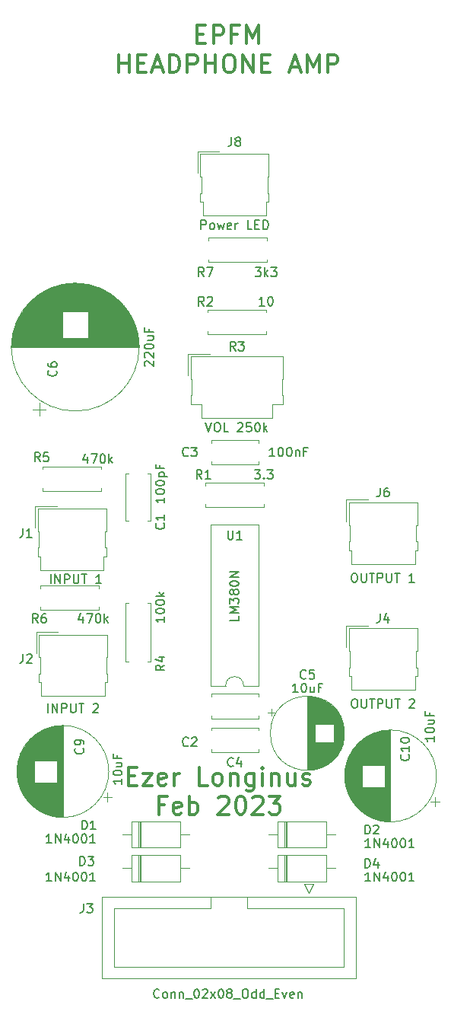
<source format=gbr>
%TF.GenerationSoftware,KiCad,Pcbnew,(6.0.7)*%
%TF.CreationDate,2023-02-21T16:01:16-05:00*%
%TF.ProjectId,HEADPHONE_AMP,48454144-5048-44f4-9e45-5f414d502e6b,rev?*%
%TF.SameCoordinates,Original*%
%TF.FileFunction,Legend,Top*%
%TF.FilePolarity,Positive*%
%FSLAX46Y46*%
G04 Gerber Fmt 4.6, Leading zero omitted, Abs format (unit mm)*
G04 Created by KiCad (PCBNEW (6.0.7)) date 2023-02-21 16:01:16*
%MOMM*%
%LPD*%
G01*
G04 APERTURE LIST*
%ADD10C,0.300000*%
%ADD11C,0.150000*%
%ADD12C,0.120000*%
G04 APERTURE END LIST*
D10*
X122571428Y-43247142D02*
X123238095Y-43247142D01*
X123523809Y-44294761D02*
X122571428Y-44294761D01*
X122571428Y-42294761D01*
X123523809Y-42294761D01*
X124380952Y-44294761D02*
X124380952Y-42294761D01*
X125142857Y-42294761D01*
X125333333Y-42390000D01*
X125428571Y-42485238D01*
X125523809Y-42675714D01*
X125523809Y-42961428D01*
X125428571Y-43151904D01*
X125333333Y-43247142D01*
X125142857Y-43342380D01*
X124380952Y-43342380D01*
X127047619Y-43247142D02*
X126380952Y-43247142D01*
X126380952Y-44294761D02*
X126380952Y-42294761D01*
X127333333Y-42294761D01*
X128095238Y-44294761D02*
X128095238Y-42294761D01*
X128761904Y-43723333D01*
X129428571Y-42294761D01*
X129428571Y-44294761D01*
X113857142Y-47514761D02*
X113857142Y-45514761D01*
X113857142Y-46467142D02*
X115000000Y-46467142D01*
X115000000Y-47514761D02*
X115000000Y-45514761D01*
X115952380Y-46467142D02*
X116619047Y-46467142D01*
X116904761Y-47514761D02*
X115952380Y-47514761D01*
X115952380Y-45514761D01*
X116904761Y-45514761D01*
X117666666Y-46943333D02*
X118619047Y-46943333D01*
X117476190Y-47514761D02*
X118142857Y-45514761D01*
X118809523Y-47514761D01*
X119476190Y-47514761D02*
X119476190Y-45514761D01*
X119952380Y-45514761D01*
X120238095Y-45610000D01*
X120428571Y-45800476D01*
X120523809Y-45990952D01*
X120619047Y-46371904D01*
X120619047Y-46657619D01*
X120523809Y-47038571D01*
X120428571Y-47229047D01*
X120238095Y-47419523D01*
X119952380Y-47514761D01*
X119476190Y-47514761D01*
X121476190Y-47514761D02*
X121476190Y-45514761D01*
X122238095Y-45514761D01*
X122428571Y-45610000D01*
X122523809Y-45705238D01*
X122619047Y-45895714D01*
X122619047Y-46181428D01*
X122523809Y-46371904D01*
X122428571Y-46467142D01*
X122238095Y-46562380D01*
X121476190Y-46562380D01*
X123476190Y-47514761D02*
X123476190Y-45514761D01*
X123476190Y-46467142D02*
X124619047Y-46467142D01*
X124619047Y-47514761D02*
X124619047Y-45514761D01*
X125952380Y-45514761D02*
X126333333Y-45514761D01*
X126523809Y-45610000D01*
X126714285Y-45800476D01*
X126809523Y-46181428D01*
X126809523Y-46848095D01*
X126714285Y-47229047D01*
X126523809Y-47419523D01*
X126333333Y-47514761D01*
X125952380Y-47514761D01*
X125761904Y-47419523D01*
X125571428Y-47229047D01*
X125476190Y-46848095D01*
X125476190Y-46181428D01*
X125571428Y-45800476D01*
X125761904Y-45610000D01*
X125952380Y-45514761D01*
X127666666Y-47514761D02*
X127666666Y-45514761D01*
X128809523Y-47514761D01*
X128809523Y-45514761D01*
X129761904Y-46467142D02*
X130428571Y-46467142D01*
X130714285Y-47514761D02*
X129761904Y-47514761D01*
X129761904Y-45514761D01*
X130714285Y-45514761D01*
X133000000Y-46943333D02*
X133952380Y-46943333D01*
X132809523Y-47514761D02*
X133476190Y-45514761D01*
X134142857Y-47514761D01*
X134809523Y-47514761D02*
X134809523Y-45514761D01*
X135476190Y-46943333D01*
X136142857Y-45514761D01*
X136142857Y-47514761D01*
X137095238Y-47514761D02*
X137095238Y-45514761D01*
X137857142Y-45514761D01*
X138047619Y-45610000D01*
X138142857Y-45705238D01*
X138238095Y-45895714D01*
X138238095Y-46181428D01*
X138142857Y-46371904D01*
X138047619Y-46467142D01*
X137857142Y-46562380D01*
X137095238Y-46562380D01*
X114904761Y-125747142D02*
X115571428Y-125747142D01*
X115857142Y-126794761D02*
X114904761Y-126794761D01*
X114904761Y-124794761D01*
X115857142Y-124794761D01*
X116523809Y-125461428D02*
X117571428Y-125461428D01*
X116523809Y-126794761D01*
X117571428Y-126794761D01*
X119095238Y-126699523D02*
X118904761Y-126794761D01*
X118523809Y-126794761D01*
X118333333Y-126699523D01*
X118238095Y-126509047D01*
X118238095Y-125747142D01*
X118333333Y-125556666D01*
X118523809Y-125461428D01*
X118904761Y-125461428D01*
X119095238Y-125556666D01*
X119190476Y-125747142D01*
X119190476Y-125937619D01*
X118238095Y-126128095D01*
X120047619Y-126794761D02*
X120047619Y-125461428D01*
X120047619Y-125842380D02*
X120142857Y-125651904D01*
X120238095Y-125556666D01*
X120428571Y-125461428D01*
X120619047Y-125461428D01*
X123761904Y-126794761D02*
X122809523Y-126794761D01*
X122809523Y-124794761D01*
X124714285Y-126794761D02*
X124523809Y-126699523D01*
X124428571Y-126604285D01*
X124333333Y-126413809D01*
X124333333Y-125842380D01*
X124428571Y-125651904D01*
X124523809Y-125556666D01*
X124714285Y-125461428D01*
X125000000Y-125461428D01*
X125190476Y-125556666D01*
X125285714Y-125651904D01*
X125380952Y-125842380D01*
X125380952Y-126413809D01*
X125285714Y-126604285D01*
X125190476Y-126699523D01*
X125000000Y-126794761D01*
X124714285Y-126794761D01*
X126238095Y-125461428D02*
X126238095Y-126794761D01*
X126238095Y-125651904D02*
X126333333Y-125556666D01*
X126523809Y-125461428D01*
X126809523Y-125461428D01*
X127000000Y-125556666D01*
X127095238Y-125747142D01*
X127095238Y-126794761D01*
X128904761Y-125461428D02*
X128904761Y-127080476D01*
X128809523Y-127270952D01*
X128714285Y-127366190D01*
X128523809Y-127461428D01*
X128238095Y-127461428D01*
X128047619Y-127366190D01*
X128904761Y-126699523D02*
X128714285Y-126794761D01*
X128333333Y-126794761D01*
X128142857Y-126699523D01*
X128047619Y-126604285D01*
X127952380Y-126413809D01*
X127952380Y-125842380D01*
X128047619Y-125651904D01*
X128142857Y-125556666D01*
X128333333Y-125461428D01*
X128714285Y-125461428D01*
X128904761Y-125556666D01*
X129857142Y-126794761D02*
X129857142Y-125461428D01*
X129857142Y-124794761D02*
X129761904Y-124890000D01*
X129857142Y-124985238D01*
X129952380Y-124890000D01*
X129857142Y-124794761D01*
X129857142Y-124985238D01*
X130809523Y-125461428D02*
X130809523Y-126794761D01*
X130809523Y-125651904D02*
X130904761Y-125556666D01*
X131095238Y-125461428D01*
X131380952Y-125461428D01*
X131571428Y-125556666D01*
X131666666Y-125747142D01*
X131666666Y-126794761D01*
X133476190Y-125461428D02*
X133476190Y-126794761D01*
X132619047Y-125461428D02*
X132619047Y-126509047D01*
X132714285Y-126699523D01*
X132904761Y-126794761D01*
X133190476Y-126794761D01*
X133380952Y-126699523D01*
X133476190Y-126604285D01*
X134333333Y-126699523D02*
X134523809Y-126794761D01*
X134904761Y-126794761D01*
X135095238Y-126699523D01*
X135190476Y-126509047D01*
X135190476Y-126413809D01*
X135095238Y-126223333D01*
X134904761Y-126128095D01*
X134619047Y-126128095D01*
X134428571Y-126032857D01*
X134333333Y-125842380D01*
X134333333Y-125747142D01*
X134428571Y-125556666D01*
X134619047Y-125461428D01*
X134904761Y-125461428D01*
X135095238Y-125556666D01*
X118952380Y-128967142D02*
X118285714Y-128967142D01*
X118285714Y-130014761D02*
X118285714Y-128014761D01*
X119238095Y-128014761D01*
X120761904Y-129919523D02*
X120571428Y-130014761D01*
X120190476Y-130014761D01*
X120000000Y-129919523D01*
X119904761Y-129729047D01*
X119904761Y-128967142D01*
X120000000Y-128776666D01*
X120190476Y-128681428D01*
X120571428Y-128681428D01*
X120761904Y-128776666D01*
X120857142Y-128967142D01*
X120857142Y-129157619D01*
X119904761Y-129348095D01*
X121714285Y-130014761D02*
X121714285Y-128014761D01*
X121714285Y-128776666D02*
X121904761Y-128681428D01*
X122285714Y-128681428D01*
X122476190Y-128776666D01*
X122571428Y-128871904D01*
X122666666Y-129062380D01*
X122666666Y-129633809D01*
X122571428Y-129824285D01*
X122476190Y-129919523D01*
X122285714Y-130014761D01*
X121904761Y-130014761D01*
X121714285Y-129919523D01*
X124952380Y-128205238D02*
X125047619Y-128110000D01*
X125238095Y-128014761D01*
X125714285Y-128014761D01*
X125904761Y-128110000D01*
X126000000Y-128205238D01*
X126095238Y-128395714D01*
X126095238Y-128586190D01*
X126000000Y-128871904D01*
X124857142Y-130014761D01*
X126095238Y-130014761D01*
X127333333Y-128014761D02*
X127523809Y-128014761D01*
X127714285Y-128110000D01*
X127809523Y-128205238D01*
X127904761Y-128395714D01*
X128000000Y-128776666D01*
X128000000Y-129252857D01*
X127904761Y-129633809D01*
X127809523Y-129824285D01*
X127714285Y-129919523D01*
X127523809Y-130014761D01*
X127333333Y-130014761D01*
X127142857Y-129919523D01*
X127047619Y-129824285D01*
X126952380Y-129633809D01*
X126857142Y-129252857D01*
X126857142Y-128776666D01*
X126952380Y-128395714D01*
X127047619Y-128205238D01*
X127142857Y-128110000D01*
X127333333Y-128014761D01*
X128761904Y-128205238D02*
X128857142Y-128110000D01*
X129047619Y-128014761D01*
X129523809Y-128014761D01*
X129714285Y-128110000D01*
X129809523Y-128205238D01*
X129904761Y-128395714D01*
X129904761Y-128586190D01*
X129809523Y-128871904D01*
X128666666Y-130014761D01*
X129904761Y-130014761D01*
X130571428Y-128014761D02*
X131809523Y-128014761D01*
X131142857Y-128776666D01*
X131428571Y-128776666D01*
X131619047Y-128871904D01*
X131714285Y-128967142D01*
X131809523Y-129157619D01*
X131809523Y-129633809D01*
X131714285Y-129824285D01*
X131619047Y-129919523D01*
X131428571Y-130014761D01*
X130857142Y-130014761D01*
X130666666Y-129919523D01*
X130571428Y-129824285D01*
D11*
%TO.C,J2*%
X103166666Y-112202380D02*
X103166666Y-112916666D01*
X103119047Y-113059523D01*
X103023809Y-113154761D01*
X102880952Y-113202380D01*
X102785714Y-113202380D01*
X103595238Y-112297619D02*
X103642857Y-112250000D01*
X103738095Y-112202380D01*
X103976190Y-112202380D01*
X104071428Y-112250000D01*
X104119047Y-112297619D01*
X104166666Y-112392857D01*
X104166666Y-112488095D01*
X104119047Y-112630952D01*
X103547619Y-113202380D01*
X104166666Y-113202380D01*
X105964285Y-118702380D02*
X105964285Y-117702380D01*
X106440476Y-118702380D02*
X106440476Y-117702380D01*
X107011904Y-118702380D01*
X107011904Y-117702380D01*
X107488095Y-118702380D02*
X107488095Y-117702380D01*
X107869047Y-117702380D01*
X107964285Y-117750000D01*
X108011904Y-117797619D01*
X108059523Y-117892857D01*
X108059523Y-118035714D01*
X108011904Y-118130952D01*
X107964285Y-118178571D01*
X107869047Y-118226190D01*
X107488095Y-118226190D01*
X108488095Y-117702380D02*
X108488095Y-118511904D01*
X108535714Y-118607142D01*
X108583333Y-118654761D01*
X108678571Y-118702380D01*
X108869047Y-118702380D01*
X108964285Y-118654761D01*
X109011904Y-118607142D01*
X109059523Y-118511904D01*
X109059523Y-117702380D01*
X109392857Y-117702380D02*
X109964285Y-117702380D01*
X109678571Y-118702380D02*
X109678571Y-117702380D01*
X111011904Y-117797619D02*
X111059523Y-117750000D01*
X111154761Y-117702380D01*
X111392857Y-117702380D01*
X111488095Y-117750000D01*
X111535714Y-117797619D01*
X111583333Y-117892857D01*
X111583333Y-117988095D01*
X111535714Y-118130952D01*
X110964285Y-118702380D01*
X111583333Y-118702380D01*
%TO.C,R1*%
X123083333Y-92702380D02*
X122750000Y-92226190D01*
X122511904Y-92702380D02*
X122511904Y-91702380D01*
X122892857Y-91702380D01*
X122988095Y-91750000D01*
X123035714Y-91797619D01*
X123083333Y-91892857D01*
X123083333Y-92035714D01*
X123035714Y-92130952D01*
X122988095Y-92178571D01*
X122892857Y-92226190D01*
X122511904Y-92226190D01*
X124035714Y-92702380D02*
X123464285Y-92702380D01*
X123750000Y-92702380D02*
X123750000Y-91702380D01*
X123654761Y-91845238D01*
X123559523Y-91940476D01*
X123464285Y-91988095D01*
X128952380Y-91702380D02*
X129571428Y-91702380D01*
X129238095Y-92083333D01*
X129380952Y-92083333D01*
X129476190Y-92130952D01*
X129523809Y-92178571D01*
X129571428Y-92273809D01*
X129571428Y-92511904D01*
X129523809Y-92607142D01*
X129476190Y-92654761D01*
X129380952Y-92702380D01*
X129095238Y-92702380D01*
X129000000Y-92654761D01*
X128952380Y-92607142D01*
X130000000Y-92607142D02*
X130047619Y-92654761D01*
X130000000Y-92702380D01*
X129952380Y-92654761D01*
X130000000Y-92607142D01*
X130000000Y-92702380D01*
X130380952Y-91702380D02*
X131000000Y-91702380D01*
X130666666Y-92083333D01*
X130809523Y-92083333D01*
X130904761Y-92130952D01*
X130952380Y-92178571D01*
X131000000Y-92273809D01*
X131000000Y-92511904D01*
X130952380Y-92607142D01*
X130904761Y-92654761D01*
X130809523Y-92702380D01*
X130523809Y-92702380D01*
X130428571Y-92654761D01*
X130380952Y-92607142D01*
%TO.C,C1*%
X118857142Y-97666666D02*
X118904761Y-97714285D01*
X118952380Y-97857142D01*
X118952380Y-97952380D01*
X118904761Y-98095238D01*
X118809523Y-98190476D01*
X118714285Y-98238095D01*
X118523809Y-98285714D01*
X118380952Y-98285714D01*
X118190476Y-98238095D01*
X118095238Y-98190476D01*
X118000000Y-98095238D01*
X117952380Y-97952380D01*
X117952380Y-97857142D01*
X118000000Y-97714285D01*
X118047619Y-97666666D01*
X118952380Y-96714285D02*
X118952380Y-97285714D01*
X118952380Y-97000000D02*
X117952380Y-97000000D01*
X118095238Y-97095238D01*
X118190476Y-97190476D01*
X118238095Y-97285714D01*
X118952380Y-94797619D02*
X118952380Y-95369047D01*
X118952380Y-95083333D02*
X117952380Y-95083333D01*
X118095238Y-95178571D01*
X118190476Y-95273809D01*
X118238095Y-95369047D01*
X117952380Y-94178571D02*
X117952380Y-94083333D01*
X118000000Y-93988095D01*
X118047619Y-93940476D01*
X118142857Y-93892857D01*
X118333333Y-93845238D01*
X118571428Y-93845238D01*
X118761904Y-93892857D01*
X118857142Y-93940476D01*
X118904761Y-93988095D01*
X118952380Y-94083333D01*
X118952380Y-94178571D01*
X118904761Y-94273809D01*
X118857142Y-94321428D01*
X118761904Y-94369047D01*
X118571428Y-94416666D01*
X118333333Y-94416666D01*
X118142857Y-94369047D01*
X118047619Y-94321428D01*
X118000000Y-94273809D01*
X117952380Y-94178571D01*
X117952380Y-93226190D02*
X117952380Y-93130952D01*
X118000000Y-93035714D01*
X118047619Y-92988095D01*
X118142857Y-92940476D01*
X118333333Y-92892857D01*
X118571428Y-92892857D01*
X118761904Y-92940476D01*
X118857142Y-92988095D01*
X118904761Y-93035714D01*
X118952380Y-93130952D01*
X118952380Y-93226190D01*
X118904761Y-93321428D01*
X118857142Y-93369047D01*
X118761904Y-93416666D01*
X118571428Y-93464285D01*
X118333333Y-93464285D01*
X118142857Y-93416666D01*
X118047619Y-93369047D01*
X118000000Y-93321428D01*
X117952380Y-93226190D01*
X118285714Y-92464285D02*
X119285714Y-92464285D01*
X118333333Y-92464285D02*
X118285714Y-92369047D01*
X118285714Y-92178571D01*
X118333333Y-92083333D01*
X118380952Y-92035714D01*
X118476190Y-91988095D01*
X118761904Y-91988095D01*
X118857142Y-92035714D01*
X118904761Y-92083333D01*
X118952380Y-92178571D01*
X118952380Y-92369047D01*
X118904761Y-92464285D01*
X118428571Y-91226190D02*
X118428571Y-91559523D01*
X118952380Y-91559523D02*
X117952380Y-91559523D01*
X117952380Y-91083333D01*
%TO.C,C4*%
X126583333Y-124607142D02*
X126535714Y-124654761D01*
X126392857Y-124702380D01*
X126297619Y-124702380D01*
X126154761Y-124654761D01*
X126059523Y-124559523D01*
X126011904Y-124464285D01*
X125964285Y-124273809D01*
X125964285Y-124130952D01*
X126011904Y-123940476D01*
X126059523Y-123845238D01*
X126154761Y-123750000D01*
X126297619Y-123702380D01*
X126392857Y-123702380D01*
X126535714Y-123750000D01*
X126583333Y-123797619D01*
X127440476Y-124035714D02*
X127440476Y-124702380D01*
X127202380Y-123654761D02*
X126964285Y-124369047D01*
X127583333Y-124369047D01*
%TO.C,C10*%
X146107142Y-123392857D02*
X146154761Y-123440476D01*
X146202380Y-123583333D01*
X146202380Y-123678571D01*
X146154761Y-123821428D01*
X146059523Y-123916666D01*
X145964285Y-123964285D01*
X145773809Y-124011904D01*
X145630952Y-124011904D01*
X145440476Y-123964285D01*
X145345238Y-123916666D01*
X145250000Y-123821428D01*
X145202380Y-123678571D01*
X145202380Y-123583333D01*
X145250000Y-123440476D01*
X145297619Y-123392857D01*
X146202380Y-122440476D02*
X146202380Y-123011904D01*
X146202380Y-122726190D02*
X145202380Y-122726190D01*
X145345238Y-122821428D01*
X145440476Y-122916666D01*
X145488095Y-123011904D01*
X145202380Y-121821428D02*
X145202380Y-121726190D01*
X145250000Y-121630952D01*
X145297619Y-121583333D01*
X145392857Y-121535714D01*
X145583333Y-121488095D01*
X145821428Y-121488095D01*
X146011904Y-121535714D01*
X146107142Y-121583333D01*
X146154761Y-121630952D01*
X146202380Y-121726190D01*
X146202380Y-121821428D01*
X146154761Y-121916666D01*
X146107142Y-121964285D01*
X146011904Y-122011904D01*
X145821428Y-122059523D01*
X145583333Y-122059523D01*
X145392857Y-122011904D01*
X145297619Y-121964285D01*
X145250000Y-121916666D01*
X145202380Y-121821428D01*
X148952380Y-121321428D02*
X148952380Y-121892857D01*
X148952380Y-121607142D02*
X147952380Y-121607142D01*
X148095238Y-121702380D01*
X148190476Y-121797619D01*
X148238095Y-121892857D01*
X147952380Y-120702380D02*
X147952380Y-120607142D01*
X148000000Y-120511904D01*
X148047619Y-120464285D01*
X148142857Y-120416666D01*
X148333333Y-120369047D01*
X148571428Y-120369047D01*
X148761904Y-120416666D01*
X148857142Y-120464285D01*
X148904761Y-120511904D01*
X148952380Y-120607142D01*
X148952380Y-120702380D01*
X148904761Y-120797619D01*
X148857142Y-120845238D01*
X148761904Y-120892857D01*
X148571428Y-120940476D01*
X148333333Y-120940476D01*
X148142857Y-120892857D01*
X148047619Y-120845238D01*
X148000000Y-120797619D01*
X147952380Y-120702380D01*
X148285714Y-119511904D02*
X148952380Y-119511904D01*
X148285714Y-119940476D02*
X148809523Y-119940476D01*
X148904761Y-119892857D01*
X148952380Y-119797619D01*
X148952380Y-119654761D01*
X148904761Y-119559523D01*
X148857142Y-119511904D01*
X148428571Y-118702380D02*
X148428571Y-119035714D01*
X148952380Y-119035714D02*
X147952380Y-119035714D01*
X147952380Y-118559523D01*
%TO.C,J6*%
X142936666Y-93702380D02*
X142936666Y-94416666D01*
X142889047Y-94559523D01*
X142793809Y-94654761D01*
X142650952Y-94702380D01*
X142555714Y-94702380D01*
X143841428Y-93702380D02*
X143650952Y-93702380D01*
X143555714Y-93750000D01*
X143508095Y-93797619D01*
X143412857Y-93940476D01*
X143365238Y-94130952D01*
X143365238Y-94511904D01*
X143412857Y-94607142D01*
X143460476Y-94654761D01*
X143555714Y-94702380D01*
X143746190Y-94702380D01*
X143841428Y-94654761D01*
X143889047Y-94607142D01*
X143936666Y-94511904D01*
X143936666Y-94273809D01*
X143889047Y-94178571D01*
X143841428Y-94130952D01*
X143746190Y-94083333D01*
X143555714Y-94083333D01*
X143460476Y-94130952D01*
X143412857Y-94178571D01*
X143365238Y-94273809D01*
X139988095Y-103202380D02*
X140178571Y-103202380D01*
X140273809Y-103250000D01*
X140369047Y-103345238D01*
X140416666Y-103535714D01*
X140416666Y-103869047D01*
X140369047Y-104059523D01*
X140273809Y-104154761D01*
X140178571Y-104202380D01*
X139988095Y-104202380D01*
X139892857Y-104154761D01*
X139797619Y-104059523D01*
X139750000Y-103869047D01*
X139750000Y-103535714D01*
X139797619Y-103345238D01*
X139892857Y-103250000D01*
X139988095Y-103202380D01*
X140845238Y-103202380D02*
X140845238Y-104011904D01*
X140892857Y-104107142D01*
X140940476Y-104154761D01*
X141035714Y-104202380D01*
X141226190Y-104202380D01*
X141321428Y-104154761D01*
X141369047Y-104107142D01*
X141416666Y-104011904D01*
X141416666Y-103202380D01*
X141750000Y-103202380D02*
X142321428Y-103202380D01*
X142035714Y-104202380D02*
X142035714Y-103202380D01*
X142654761Y-104202380D02*
X142654761Y-103202380D01*
X143035714Y-103202380D01*
X143130952Y-103250000D01*
X143178571Y-103297619D01*
X143226190Y-103392857D01*
X143226190Y-103535714D01*
X143178571Y-103630952D01*
X143130952Y-103678571D01*
X143035714Y-103726190D01*
X142654761Y-103726190D01*
X143654761Y-103202380D02*
X143654761Y-104011904D01*
X143702380Y-104107142D01*
X143750000Y-104154761D01*
X143845238Y-104202380D01*
X144035714Y-104202380D01*
X144130952Y-104154761D01*
X144178571Y-104107142D01*
X144226190Y-104011904D01*
X144226190Y-103202380D01*
X144559523Y-103202380D02*
X145130952Y-103202380D01*
X144845238Y-104202380D02*
X144845238Y-103202380D01*
X146750000Y-104202380D02*
X146178571Y-104202380D01*
X146464285Y-104202380D02*
X146464285Y-103202380D01*
X146369047Y-103345238D01*
X146273809Y-103440476D01*
X146178571Y-103488095D01*
%TO.C,R6*%
X104833333Y-108702380D02*
X104500000Y-108226190D01*
X104261904Y-108702380D02*
X104261904Y-107702380D01*
X104642857Y-107702380D01*
X104738095Y-107750000D01*
X104785714Y-107797619D01*
X104833333Y-107892857D01*
X104833333Y-108035714D01*
X104785714Y-108130952D01*
X104738095Y-108178571D01*
X104642857Y-108226190D01*
X104261904Y-108226190D01*
X105690476Y-107702380D02*
X105500000Y-107702380D01*
X105404761Y-107750000D01*
X105357142Y-107797619D01*
X105261904Y-107940476D01*
X105214285Y-108130952D01*
X105214285Y-108511904D01*
X105261904Y-108607142D01*
X105309523Y-108654761D01*
X105404761Y-108702380D01*
X105595238Y-108702380D01*
X105690476Y-108654761D01*
X105738095Y-108607142D01*
X105785714Y-108511904D01*
X105785714Y-108273809D01*
X105738095Y-108178571D01*
X105690476Y-108130952D01*
X105595238Y-108083333D01*
X105404761Y-108083333D01*
X105309523Y-108130952D01*
X105261904Y-108178571D01*
X105214285Y-108273809D01*
X109833333Y-108035714D02*
X109833333Y-108702380D01*
X109595238Y-107654761D02*
X109357142Y-108369047D01*
X109976190Y-108369047D01*
X110261904Y-107702380D02*
X110928571Y-107702380D01*
X110500000Y-108702380D01*
X111500000Y-107702380D02*
X111595238Y-107702380D01*
X111690476Y-107750000D01*
X111738095Y-107797619D01*
X111785714Y-107892857D01*
X111833333Y-108083333D01*
X111833333Y-108321428D01*
X111785714Y-108511904D01*
X111738095Y-108607142D01*
X111690476Y-108654761D01*
X111595238Y-108702380D01*
X111500000Y-108702380D01*
X111404761Y-108654761D01*
X111357142Y-108607142D01*
X111309523Y-108511904D01*
X111261904Y-108321428D01*
X111261904Y-108083333D01*
X111309523Y-107892857D01*
X111357142Y-107797619D01*
X111404761Y-107750000D01*
X111500000Y-107702380D01*
X112261904Y-108702380D02*
X112261904Y-107702380D01*
X112357142Y-108321428D02*
X112642857Y-108702380D01*
X112642857Y-108035714D02*
X112261904Y-108416666D01*
%TO.C,C2*%
X121583333Y-122357142D02*
X121535714Y-122404761D01*
X121392857Y-122452380D01*
X121297619Y-122452380D01*
X121154761Y-122404761D01*
X121059523Y-122309523D01*
X121011904Y-122214285D01*
X120964285Y-122023809D01*
X120964285Y-121880952D01*
X121011904Y-121690476D01*
X121059523Y-121595238D01*
X121154761Y-121500000D01*
X121297619Y-121452380D01*
X121392857Y-121452380D01*
X121535714Y-121500000D01*
X121583333Y-121547619D01*
X121964285Y-121547619D02*
X122011904Y-121500000D01*
X122107142Y-121452380D01*
X122345238Y-121452380D01*
X122440476Y-121500000D01*
X122488095Y-121547619D01*
X122535714Y-121642857D01*
X122535714Y-121738095D01*
X122488095Y-121880952D01*
X121916666Y-122452380D01*
X122535714Y-122452380D01*
%TO.C,D1*%
X109751904Y-131694180D02*
X109751904Y-130694180D01*
X109990000Y-130694180D01*
X110132857Y-130741800D01*
X110228095Y-130837038D01*
X110275714Y-130932276D01*
X110323333Y-131122752D01*
X110323333Y-131265609D01*
X110275714Y-131456085D01*
X110228095Y-131551323D01*
X110132857Y-131646561D01*
X109990000Y-131694180D01*
X109751904Y-131694180D01*
X111275714Y-131694180D02*
X110704285Y-131694180D01*
X110990000Y-131694180D02*
X110990000Y-130694180D01*
X110894761Y-130837038D01*
X110799523Y-130932276D01*
X110704285Y-130979895D01*
X106357142Y-133202380D02*
X105785714Y-133202380D01*
X106071428Y-133202380D02*
X106071428Y-132202380D01*
X105976190Y-132345238D01*
X105880952Y-132440476D01*
X105785714Y-132488095D01*
X106785714Y-133202380D02*
X106785714Y-132202380D01*
X107357142Y-133202380D01*
X107357142Y-132202380D01*
X108261904Y-132535714D02*
X108261904Y-133202380D01*
X108023809Y-132154761D02*
X107785714Y-132869047D01*
X108404761Y-132869047D01*
X108976190Y-132202380D02*
X109071428Y-132202380D01*
X109166666Y-132250000D01*
X109214285Y-132297619D01*
X109261904Y-132392857D01*
X109309523Y-132583333D01*
X109309523Y-132821428D01*
X109261904Y-133011904D01*
X109214285Y-133107142D01*
X109166666Y-133154761D01*
X109071428Y-133202380D01*
X108976190Y-133202380D01*
X108880952Y-133154761D01*
X108833333Y-133107142D01*
X108785714Y-133011904D01*
X108738095Y-132821428D01*
X108738095Y-132583333D01*
X108785714Y-132392857D01*
X108833333Y-132297619D01*
X108880952Y-132250000D01*
X108976190Y-132202380D01*
X109928571Y-132202380D02*
X110023809Y-132202380D01*
X110119047Y-132250000D01*
X110166666Y-132297619D01*
X110214285Y-132392857D01*
X110261904Y-132583333D01*
X110261904Y-132821428D01*
X110214285Y-133011904D01*
X110166666Y-133107142D01*
X110119047Y-133154761D01*
X110023809Y-133202380D01*
X109928571Y-133202380D01*
X109833333Y-133154761D01*
X109785714Y-133107142D01*
X109738095Y-133011904D01*
X109690476Y-132821428D01*
X109690476Y-132583333D01*
X109738095Y-132392857D01*
X109785714Y-132297619D01*
X109833333Y-132250000D01*
X109928571Y-132202380D01*
X111214285Y-133202380D02*
X110642857Y-133202380D01*
X110928571Y-133202380D02*
X110928571Y-132202380D01*
X110833333Y-132345238D01*
X110738095Y-132440476D01*
X110642857Y-132488095D01*
%TO.C,R4*%
X118952380Y-113416666D02*
X118476190Y-113750000D01*
X118952380Y-113988095D02*
X117952380Y-113988095D01*
X117952380Y-113607142D01*
X118000000Y-113511904D01*
X118047619Y-113464285D01*
X118142857Y-113416666D01*
X118285714Y-113416666D01*
X118380952Y-113464285D01*
X118428571Y-113511904D01*
X118476190Y-113607142D01*
X118476190Y-113988095D01*
X118285714Y-112559523D02*
X118952380Y-112559523D01*
X117904761Y-112797619D02*
X118619047Y-113035714D01*
X118619047Y-112416666D01*
X118952380Y-108071428D02*
X118952380Y-108642857D01*
X118952380Y-108357142D02*
X117952380Y-108357142D01*
X118095238Y-108452380D01*
X118190476Y-108547619D01*
X118238095Y-108642857D01*
X117952380Y-107452380D02*
X117952380Y-107357142D01*
X118000000Y-107261904D01*
X118047619Y-107214285D01*
X118142857Y-107166666D01*
X118333333Y-107119047D01*
X118571428Y-107119047D01*
X118761904Y-107166666D01*
X118857142Y-107214285D01*
X118904761Y-107261904D01*
X118952380Y-107357142D01*
X118952380Y-107452380D01*
X118904761Y-107547619D01*
X118857142Y-107595238D01*
X118761904Y-107642857D01*
X118571428Y-107690476D01*
X118333333Y-107690476D01*
X118142857Y-107642857D01*
X118047619Y-107595238D01*
X118000000Y-107547619D01*
X117952380Y-107452380D01*
X117952380Y-106500000D02*
X117952380Y-106404761D01*
X118000000Y-106309523D01*
X118047619Y-106261904D01*
X118142857Y-106214285D01*
X118333333Y-106166666D01*
X118571428Y-106166666D01*
X118761904Y-106214285D01*
X118857142Y-106261904D01*
X118904761Y-106309523D01*
X118952380Y-106404761D01*
X118952380Y-106500000D01*
X118904761Y-106595238D01*
X118857142Y-106642857D01*
X118761904Y-106690476D01*
X118571428Y-106738095D01*
X118333333Y-106738095D01*
X118142857Y-106690476D01*
X118047619Y-106642857D01*
X118000000Y-106595238D01*
X117952380Y-106500000D01*
X118952380Y-105738095D02*
X117952380Y-105738095D01*
X118571428Y-105642857D02*
X118952380Y-105357142D01*
X118285714Y-105357142D02*
X118666666Y-105738095D01*
%TO.C,U1*%
X125988095Y-98452380D02*
X125988095Y-99261904D01*
X126035714Y-99357142D01*
X126083333Y-99404761D01*
X126178571Y-99452380D01*
X126369047Y-99452380D01*
X126464285Y-99404761D01*
X126511904Y-99357142D01*
X126559523Y-99261904D01*
X126559523Y-98452380D01*
X127559523Y-99452380D02*
X126988095Y-99452380D01*
X127273809Y-99452380D02*
X127273809Y-98452380D01*
X127178571Y-98595238D01*
X127083333Y-98690476D01*
X126988095Y-98738095D01*
X127202380Y-107964285D02*
X127202380Y-108440476D01*
X126202380Y-108440476D01*
X127202380Y-107630952D02*
X126202380Y-107630952D01*
X126916666Y-107297619D01*
X126202380Y-106964285D01*
X127202380Y-106964285D01*
X126202380Y-106583333D02*
X126202380Y-105964285D01*
X126583333Y-106297619D01*
X126583333Y-106154761D01*
X126630952Y-106059523D01*
X126678571Y-106011904D01*
X126773809Y-105964285D01*
X127011904Y-105964285D01*
X127107142Y-106011904D01*
X127154761Y-106059523D01*
X127202380Y-106154761D01*
X127202380Y-106440476D01*
X127154761Y-106535714D01*
X127107142Y-106583333D01*
X126630952Y-105392857D02*
X126583333Y-105488095D01*
X126535714Y-105535714D01*
X126440476Y-105583333D01*
X126392857Y-105583333D01*
X126297619Y-105535714D01*
X126250000Y-105488095D01*
X126202380Y-105392857D01*
X126202380Y-105202380D01*
X126250000Y-105107142D01*
X126297619Y-105059523D01*
X126392857Y-105011904D01*
X126440476Y-105011904D01*
X126535714Y-105059523D01*
X126583333Y-105107142D01*
X126630952Y-105202380D01*
X126630952Y-105392857D01*
X126678571Y-105488095D01*
X126726190Y-105535714D01*
X126821428Y-105583333D01*
X127011904Y-105583333D01*
X127107142Y-105535714D01*
X127154761Y-105488095D01*
X127202380Y-105392857D01*
X127202380Y-105202380D01*
X127154761Y-105107142D01*
X127107142Y-105059523D01*
X127011904Y-105011904D01*
X126821428Y-105011904D01*
X126726190Y-105059523D01*
X126678571Y-105107142D01*
X126630952Y-105202380D01*
X126202380Y-104392857D02*
X126202380Y-104297619D01*
X126250000Y-104202380D01*
X126297619Y-104154761D01*
X126392857Y-104107142D01*
X126583333Y-104059523D01*
X126821428Y-104059523D01*
X127011904Y-104107142D01*
X127107142Y-104154761D01*
X127154761Y-104202380D01*
X127202380Y-104297619D01*
X127202380Y-104392857D01*
X127154761Y-104488095D01*
X127107142Y-104535714D01*
X127011904Y-104583333D01*
X126821428Y-104630952D01*
X126583333Y-104630952D01*
X126392857Y-104583333D01*
X126297619Y-104535714D01*
X126250000Y-104488095D01*
X126202380Y-104392857D01*
X127202380Y-103630952D02*
X126202380Y-103630952D01*
X127202380Y-103059523D01*
X126202380Y-103059523D01*
%TO.C,J4*%
X142936666Y-107702380D02*
X142936666Y-108416666D01*
X142889047Y-108559523D01*
X142793809Y-108654761D01*
X142650952Y-108702380D01*
X142555714Y-108702380D01*
X143841428Y-108035714D02*
X143841428Y-108702380D01*
X143603333Y-107654761D02*
X143365238Y-108369047D01*
X143984285Y-108369047D01*
X140008095Y-117202380D02*
X140198571Y-117202380D01*
X140293809Y-117250000D01*
X140389047Y-117345238D01*
X140436666Y-117535714D01*
X140436666Y-117869047D01*
X140389047Y-118059523D01*
X140293809Y-118154761D01*
X140198571Y-118202380D01*
X140008095Y-118202380D01*
X139912857Y-118154761D01*
X139817619Y-118059523D01*
X139770000Y-117869047D01*
X139770000Y-117535714D01*
X139817619Y-117345238D01*
X139912857Y-117250000D01*
X140008095Y-117202380D01*
X140865238Y-117202380D02*
X140865238Y-118011904D01*
X140912857Y-118107142D01*
X140960476Y-118154761D01*
X141055714Y-118202380D01*
X141246190Y-118202380D01*
X141341428Y-118154761D01*
X141389047Y-118107142D01*
X141436666Y-118011904D01*
X141436666Y-117202380D01*
X141770000Y-117202380D02*
X142341428Y-117202380D01*
X142055714Y-118202380D02*
X142055714Y-117202380D01*
X142674761Y-118202380D02*
X142674761Y-117202380D01*
X143055714Y-117202380D01*
X143150952Y-117250000D01*
X143198571Y-117297619D01*
X143246190Y-117392857D01*
X143246190Y-117535714D01*
X143198571Y-117630952D01*
X143150952Y-117678571D01*
X143055714Y-117726190D01*
X142674761Y-117726190D01*
X143674761Y-117202380D02*
X143674761Y-118011904D01*
X143722380Y-118107142D01*
X143770000Y-118154761D01*
X143865238Y-118202380D01*
X144055714Y-118202380D01*
X144150952Y-118154761D01*
X144198571Y-118107142D01*
X144246190Y-118011904D01*
X144246190Y-117202380D01*
X144579523Y-117202380D02*
X145150952Y-117202380D01*
X144865238Y-118202380D02*
X144865238Y-117202380D01*
X146198571Y-117297619D02*
X146246190Y-117250000D01*
X146341428Y-117202380D01*
X146579523Y-117202380D01*
X146674761Y-117250000D01*
X146722380Y-117297619D01*
X146770000Y-117392857D01*
X146770000Y-117488095D01*
X146722380Y-117630952D01*
X146150952Y-118202380D01*
X146770000Y-118202380D01*
%TO.C,C9*%
X109857142Y-122666666D02*
X109904761Y-122714285D01*
X109952380Y-122857142D01*
X109952380Y-122952380D01*
X109904761Y-123095238D01*
X109809523Y-123190476D01*
X109714285Y-123238095D01*
X109523809Y-123285714D01*
X109380952Y-123285714D01*
X109190476Y-123238095D01*
X109095238Y-123190476D01*
X109000000Y-123095238D01*
X108952380Y-122952380D01*
X108952380Y-122857142D01*
X109000000Y-122714285D01*
X109047619Y-122666666D01*
X109952380Y-122190476D02*
X109952380Y-122000000D01*
X109904761Y-121904761D01*
X109857142Y-121857142D01*
X109714285Y-121761904D01*
X109523809Y-121714285D01*
X109142857Y-121714285D01*
X109047619Y-121761904D01*
X109000000Y-121809523D01*
X108952380Y-121904761D01*
X108952380Y-122095238D01*
X109000000Y-122190476D01*
X109047619Y-122238095D01*
X109142857Y-122285714D01*
X109380952Y-122285714D01*
X109476190Y-122238095D01*
X109523809Y-122190476D01*
X109571428Y-122095238D01*
X109571428Y-121904761D01*
X109523809Y-121809523D01*
X109476190Y-121761904D01*
X109380952Y-121714285D01*
X114202380Y-126071428D02*
X114202380Y-126642857D01*
X114202380Y-126357142D02*
X113202380Y-126357142D01*
X113345238Y-126452380D01*
X113440476Y-126547619D01*
X113488095Y-126642857D01*
X113202380Y-125452380D02*
X113202380Y-125357142D01*
X113250000Y-125261904D01*
X113297619Y-125214285D01*
X113392857Y-125166666D01*
X113583333Y-125119047D01*
X113821428Y-125119047D01*
X114011904Y-125166666D01*
X114107142Y-125214285D01*
X114154761Y-125261904D01*
X114202380Y-125357142D01*
X114202380Y-125452380D01*
X114154761Y-125547619D01*
X114107142Y-125595238D01*
X114011904Y-125642857D01*
X113821428Y-125690476D01*
X113583333Y-125690476D01*
X113392857Y-125642857D01*
X113297619Y-125595238D01*
X113250000Y-125547619D01*
X113202380Y-125452380D01*
X113535714Y-124261904D02*
X114202380Y-124261904D01*
X113535714Y-124690476D02*
X114059523Y-124690476D01*
X114154761Y-124642857D01*
X114202380Y-124547619D01*
X114202380Y-124404761D01*
X114154761Y-124309523D01*
X114107142Y-124261904D01*
X113678571Y-123452380D02*
X113678571Y-123785714D01*
X114202380Y-123785714D02*
X113202380Y-123785714D01*
X113202380Y-123309523D01*
%TO.C,R3*%
X126833333Y-78452380D02*
X126500000Y-77976190D01*
X126261904Y-78452380D02*
X126261904Y-77452380D01*
X126642857Y-77452380D01*
X126738095Y-77500000D01*
X126785714Y-77547619D01*
X126833333Y-77642857D01*
X126833333Y-77785714D01*
X126785714Y-77880952D01*
X126738095Y-77928571D01*
X126642857Y-77976190D01*
X126261904Y-77976190D01*
X127166666Y-77452380D02*
X127785714Y-77452380D01*
X127452380Y-77833333D01*
X127595238Y-77833333D01*
X127690476Y-77880952D01*
X127738095Y-77928571D01*
X127785714Y-78023809D01*
X127785714Y-78261904D01*
X127738095Y-78357142D01*
X127690476Y-78404761D01*
X127595238Y-78452380D01*
X127309523Y-78452380D01*
X127214285Y-78404761D01*
X127166666Y-78357142D01*
X123523809Y-86452380D02*
X123857142Y-87452380D01*
X124190476Y-86452380D01*
X124714285Y-86452380D02*
X124904761Y-86452380D01*
X125000000Y-86500000D01*
X125095238Y-86595238D01*
X125142857Y-86785714D01*
X125142857Y-87119047D01*
X125095238Y-87309523D01*
X125000000Y-87404761D01*
X124904761Y-87452380D01*
X124714285Y-87452380D01*
X124619047Y-87404761D01*
X124523809Y-87309523D01*
X124476190Y-87119047D01*
X124476190Y-86785714D01*
X124523809Y-86595238D01*
X124619047Y-86500000D01*
X124714285Y-86452380D01*
X126047619Y-87452380D02*
X125571428Y-87452380D01*
X125571428Y-86452380D01*
X127095238Y-86547619D02*
X127142857Y-86500000D01*
X127238095Y-86452380D01*
X127476190Y-86452380D01*
X127571428Y-86500000D01*
X127619047Y-86547619D01*
X127666666Y-86642857D01*
X127666666Y-86738095D01*
X127619047Y-86880952D01*
X127047619Y-87452380D01*
X127666666Y-87452380D01*
X128571428Y-86452380D02*
X128095238Y-86452380D01*
X128047619Y-86928571D01*
X128095238Y-86880952D01*
X128190476Y-86833333D01*
X128428571Y-86833333D01*
X128523809Y-86880952D01*
X128571428Y-86928571D01*
X128619047Y-87023809D01*
X128619047Y-87261904D01*
X128571428Y-87357142D01*
X128523809Y-87404761D01*
X128428571Y-87452380D01*
X128190476Y-87452380D01*
X128095238Y-87404761D01*
X128047619Y-87357142D01*
X129238095Y-86452380D02*
X129333333Y-86452380D01*
X129428571Y-86500000D01*
X129476190Y-86547619D01*
X129523809Y-86642857D01*
X129571428Y-86833333D01*
X129571428Y-87071428D01*
X129523809Y-87261904D01*
X129476190Y-87357142D01*
X129428571Y-87404761D01*
X129333333Y-87452380D01*
X129238095Y-87452380D01*
X129142857Y-87404761D01*
X129095238Y-87357142D01*
X129047619Y-87261904D01*
X129000000Y-87071428D01*
X129000000Y-86833333D01*
X129047619Y-86642857D01*
X129095238Y-86547619D01*
X129142857Y-86500000D01*
X129238095Y-86452380D01*
X130000000Y-87452380D02*
X130000000Y-86452380D01*
X130095238Y-87071428D02*
X130380952Y-87452380D01*
X130380952Y-86785714D02*
X130000000Y-87166666D01*
%TO.C,D4*%
X141261904Y-135952380D02*
X141261904Y-134952380D01*
X141500000Y-134952380D01*
X141642857Y-135000000D01*
X141738095Y-135095238D01*
X141785714Y-135190476D01*
X141833333Y-135380952D01*
X141833333Y-135523809D01*
X141785714Y-135714285D01*
X141738095Y-135809523D01*
X141642857Y-135904761D01*
X141500000Y-135952380D01*
X141261904Y-135952380D01*
X142690476Y-135285714D02*
X142690476Y-135952380D01*
X142452380Y-134904761D02*
X142214285Y-135619047D01*
X142833333Y-135619047D01*
X141857142Y-137452380D02*
X141285714Y-137452380D01*
X141571428Y-137452380D02*
X141571428Y-136452380D01*
X141476190Y-136595238D01*
X141380952Y-136690476D01*
X141285714Y-136738095D01*
X142285714Y-137452380D02*
X142285714Y-136452380D01*
X142857142Y-137452380D01*
X142857142Y-136452380D01*
X143761904Y-136785714D02*
X143761904Y-137452380D01*
X143523809Y-136404761D02*
X143285714Y-137119047D01*
X143904761Y-137119047D01*
X144476190Y-136452380D02*
X144571428Y-136452380D01*
X144666666Y-136500000D01*
X144714285Y-136547619D01*
X144761904Y-136642857D01*
X144809523Y-136833333D01*
X144809523Y-137071428D01*
X144761904Y-137261904D01*
X144714285Y-137357142D01*
X144666666Y-137404761D01*
X144571428Y-137452380D01*
X144476190Y-137452380D01*
X144380952Y-137404761D01*
X144333333Y-137357142D01*
X144285714Y-137261904D01*
X144238095Y-137071428D01*
X144238095Y-136833333D01*
X144285714Y-136642857D01*
X144333333Y-136547619D01*
X144380952Y-136500000D01*
X144476190Y-136452380D01*
X145428571Y-136452380D02*
X145523809Y-136452380D01*
X145619047Y-136500000D01*
X145666666Y-136547619D01*
X145714285Y-136642857D01*
X145761904Y-136833333D01*
X145761904Y-137071428D01*
X145714285Y-137261904D01*
X145666666Y-137357142D01*
X145619047Y-137404761D01*
X145523809Y-137452380D01*
X145428571Y-137452380D01*
X145333333Y-137404761D01*
X145285714Y-137357142D01*
X145238095Y-137261904D01*
X145190476Y-137071428D01*
X145190476Y-136833333D01*
X145238095Y-136642857D01*
X145285714Y-136547619D01*
X145333333Y-136500000D01*
X145428571Y-136452380D01*
X146714285Y-137452380D02*
X146142857Y-137452380D01*
X146428571Y-137452380D02*
X146428571Y-136452380D01*
X146333333Y-136595238D01*
X146238095Y-136690476D01*
X146142857Y-136738095D01*
%TO.C,R7*%
X123333333Y-70202380D02*
X123000000Y-69726190D01*
X122761904Y-70202380D02*
X122761904Y-69202380D01*
X123142857Y-69202380D01*
X123238095Y-69250000D01*
X123285714Y-69297619D01*
X123333333Y-69392857D01*
X123333333Y-69535714D01*
X123285714Y-69630952D01*
X123238095Y-69678571D01*
X123142857Y-69726190D01*
X122761904Y-69726190D01*
X123666666Y-69202380D02*
X124333333Y-69202380D01*
X123904761Y-70202380D01*
X129035714Y-69202380D02*
X129654761Y-69202380D01*
X129321428Y-69583333D01*
X129464285Y-69583333D01*
X129559523Y-69630952D01*
X129607142Y-69678571D01*
X129654761Y-69773809D01*
X129654761Y-70011904D01*
X129607142Y-70107142D01*
X129559523Y-70154761D01*
X129464285Y-70202380D01*
X129178571Y-70202380D01*
X129083333Y-70154761D01*
X129035714Y-70107142D01*
X130083333Y-70202380D02*
X130083333Y-69202380D01*
X130178571Y-69821428D02*
X130464285Y-70202380D01*
X130464285Y-69535714D02*
X130083333Y-69916666D01*
X130797619Y-69202380D02*
X131416666Y-69202380D01*
X131083333Y-69583333D01*
X131226190Y-69583333D01*
X131321428Y-69630952D01*
X131369047Y-69678571D01*
X131416666Y-69773809D01*
X131416666Y-70011904D01*
X131369047Y-70107142D01*
X131321428Y-70154761D01*
X131226190Y-70202380D01*
X130940476Y-70202380D01*
X130845238Y-70154761D01*
X130797619Y-70107142D01*
%TO.C,D3*%
X109511904Y-135702380D02*
X109511904Y-134702380D01*
X109750000Y-134702380D01*
X109892857Y-134750000D01*
X109988095Y-134845238D01*
X110035714Y-134940476D01*
X110083333Y-135130952D01*
X110083333Y-135273809D01*
X110035714Y-135464285D01*
X109988095Y-135559523D01*
X109892857Y-135654761D01*
X109750000Y-135702380D01*
X109511904Y-135702380D01*
X110416666Y-134702380D02*
X111035714Y-134702380D01*
X110702380Y-135083333D01*
X110845238Y-135083333D01*
X110940476Y-135130952D01*
X110988095Y-135178571D01*
X111035714Y-135273809D01*
X111035714Y-135511904D01*
X110988095Y-135607142D01*
X110940476Y-135654761D01*
X110845238Y-135702380D01*
X110559523Y-135702380D01*
X110464285Y-135654761D01*
X110416666Y-135607142D01*
X106357142Y-137452380D02*
X105785714Y-137452380D01*
X106071428Y-137452380D02*
X106071428Y-136452380D01*
X105976190Y-136595238D01*
X105880952Y-136690476D01*
X105785714Y-136738095D01*
X106785714Y-137452380D02*
X106785714Y-136452380D01*
X107357142Y-137452380D01*
X107357142Y-136452380D01*
X108261904Y-136785714D02*
X108261904Y-137452380D01*
X108023809Y-136404761D02*
X107785714Y-137119047D01*
X108404761Y-137119047D01*
X108976190Y-136452380D02*
X109071428Y-136452380D01*
X109166666Y-136500000D01*
X109214285Y-136547619D01*
X109261904Y-136642857D01*
X109309523Y-136833333D01*
X109309523Y-137071428D01*
X109261904Y-137261904D01*
X109214285Y-137357142D01*
X109166666Y-137404761D01*
X109071428Y-137452380D01*
X108976190Y-137452380D01*
X108880952Y-137404761D01*
X108833333Y-137357142D01*
X108785714Y-137261904D01*
X108738095Y-137071428D01*
X108738095Y-136833333D01*
X108785714Y-136642857D01*
X108833333Y-136547619D01*
X108880952Y-136500000D01*
X108976190Y-136452380D01*
X109928571Y-136452380D02*
X110023809Y-136452380D01*
X110119047Y-136500000D01*
X110166666Y-136547619D01*
X110214285Y-136642857D01*
X110261904Y-136833333D01*
X110261904Y-137071428D01*
X110214285Y-137261904D01*
X110166666Y-137357142D01*
X110119047Y-137404761D01*
X110023809Y-137452380D01*
X109928571Y-137452380D01*
X109833333Y-137404761D01*
X109785714Y-137357142D01*
X109738095Y-137261904D01*
X109690476Y-137071428D01*
X109690476Y-136833333D01*
X109738095Y-136642857D01*
X109785714Y-136547619D01*
X109833333Y-136500000D01*
X109928571Y-136452380D01*
X111214285Y-137452380D02*
X110642857Y-137452380D01*
X110928571Y-137452380D02*
X110928571Y-136452380D01*
X110833333Y-136595238D01*
X110738095Y-136690476D01*
X110642857Y-136738095D01*
%TO.C,C5*%
X134680682Y-114857142D02*
X134633063Y-114904761D01*
X134490206Y-114952380D01*
X134394968Y-114952380D01*
X134252110Y-114904761D01*
X134156872Y-114809523D01*
X134109253Y-114714285D01*
X134061634Y-114523809D01*
X134061634Y-114380952D01*
X134109253Y-114190476D01*
X134156872Y-114095238D01*
X134252110Y-114000000D01*
X134394968Y-113952380D01*
X134490206Y-113952380D01*
X134633063Y-114000000D01*
X134680682Y-114047619D01*
X135585444Y-113952380D02*
X135109253Y-113952380D01*
X135061634Y-114428571D01*
X135109253Y-114380952D01*
X135204491Y-114333333D01*
X135442587Y-114333333D01*
X135537825Y-114380952D01*
X135585444Y-114428571D01*
X135633063Y-114523809D01*
X135633063Y-114761904D01*
X135585444Y-114857142D01*
X135537825Y-114904761D01*
X135442587Y-114952380D01*
X135204491Y-114952380D01*
X135109253Y-114904761D01*
X135061634Y-114857142D01*
X133775920Y-116452380D02*
X133204491Y-116452380D01*
X133490206Y-116452380D02*
X133490206Y-115452380D01*
X133394968Y-115595238D01*
X133299729Y-115690476D01*
X133204491Y-115738095D01*
X134394968Y-115452380D02*
X134490206Y-115452380D01*
X134585444Y-115500000D01*
X134633063Y-115547619D01*
X134680682Y-115642857D01*
X134728301Y-115833333D01*
X134728301Y-116071428D01*
X134680682Y-116261904D01*
X134633063Y-116357142D01*
X134585444Y-116404761D01*
X134490206Y-116452380D01*
X134394968Y-116452380D01*
X134299729Y-116404761D01*
X134252110Y-116357142D01*
X134204491Y-116261904D01*
X134156872Y-116071428D01*
X134156872Y-115833333D01*
X134204491Y-115642857D01*
X134252110Y-115547619D01*
X134299729Y-115500000D01*
X134394968Y-115452380D01*
X135585444Y-115785714D02*
X135585444Y-116452380D01*
X135156872Y-115785714D02*
X135156872Y-116309523D01*
X135204491Y-116404761D01*
X135299729Y-116452380D01*
X135442587Y-116452380D01*
X135537825Y-116404761D01*
X135585444Y-116357142D01*
X136394968Y-115928571D02*
X136061634Y-115928571D01*
X136061634Y-116452380D02*
X136061634Y-115452380D01*
X136537825Y-115452380D01*
%TO.C,J8*%
X126396666Y-54702380D02*
X126396666Y-55416666D01*
X126349047Y-55559523D01*
X126253809Y-55654761D01*
X126110952Y-55702380D01*
X126015714Y-55702380D01*
X127015714Y-55130952D02*
X126920476Y-55083333D01*
X126872857Y-55035714D01*
X126825238Y-54940476D01*
X126825238Y-54892857D01*
X126872857Y-54797619D01*
X126920476Y-54750000D01*
X127015714Y-54702380D01*
X127206190Y-54702380D01*
X127301428Y-54750000D01*
X127349047Y-54797619D01*
X127396666Y-54892857D01*
X127396666Y-54940476D01*
X127349047Y-55035714D01*
X127301428Y-55083333D01*
X127206190Y-55130952D01*
X127015714Y-55130952D01*
X126920476Y-55178571D01*
X126872857Y-55226190D01*
X126825238Y-55321428D01*
X126825238Y-55511904D01*
X126872857Y-55607142D01*
X126920476Y-55654761D01*
X127015714Y-55702380D01*
X127206190Y-55702380D01*
X127301428Y-55654761D01*
X127349047Y-55607142D01*
X127396666Y-55511904D01*
X127396666Y-55321428D01*
X127349047Y-55226190D01*
X127301428Y-55178571D01*
X127206190Y-55130952D01*
X123015714Y-64952380D02*
X123015714Y-63952380D01*
X123396666Y-63952380D01*
X123491904Y-64000000D01*
X123539523Y-64047619D01*
X123587142Y-64142857D01*
X123587142Y-64285714D01*
X123539523Y-64380952D01*
X123491904Y-64428571D01*
X123396666Y-64476190D01*
X123015714Y-64476190D01*
X124158571Y-64952380D02*
X124063333Y-64904761D01*
X124015714Y-64857142D01*
X123968095Y-64761904D01*
X123968095Y-64476190D01*
X124015714Y-64380952D01*
X124063333Y-64333333D01*
X124158571Y-64285714D01*
X124301428Y-64285714D01*
X124396666Y-64333333D01*
X124444285Y-64380952D01*
X124491904Y-64476190D01*
X124491904Y-64761904D01*
X124444285Y-64857142D01*
X124396666Y-64904761D01*
X124301428Y-64952380D01*
X124158571Y-64952380D01*
X124825238Y-64285714D02*
X125015714Y-64952380D01*
X125206190Y-64476190D01*
X125396666Y-64952380D01*
X125587142Y-64285714D01*
X126349047Y-64904761D02*
X126253809Y-64952380D01*
X126063333Y-64952380D01*
X125968095Y-64904761D01*
X125920476Y-64809523D01*
X125920476Y-64428571D01*
X125968095Y-64333333D01*
X126063333Y-64285714D01*
X126253809Y-64285714D01*
X126349047Y-64333333D01*
X126396666Y-64428571D01*
X126396666Y-64523809D01*
X125920476Y-64619047D01*
X126825238Y-64952380D02*
X126825238Y-64285714D01*
X126825238Y-64476190D02*
X126872857Y-64380952D01*
X126920476Y-64333333D01*
X127015714Y-64285714D01*
X127110952Y-64285714D01*
X128682380Y-64952380D02*
X128206190Y-64952380D01*
X128206190Y-63952380D01*
X129015714Y-64428571D02*
X129349047Y-64428571D01*
X129491904Y-64952380D02*
X129015714Y-64952380D01*
X129015714Y-63952380D01*
X129491904Y-63952380D01*
X129920476Y-64952380D02*
X129920476Y-63952380D01*
X130158571Y-63952380D01*
X130301428Y-64000000D01*
X130396666Y-64095238D01*
X130444285Y-64190476D01*
X130491904Y-64380952D01*
X130491904Y-64523809D01*
X130444285Y-64714285D01*
X130396666Y-64809523D01*
X130301428Y-64904761D01*
X130158571Y-64952380D01*
X129920476Y-64952380D01*
%TO.C,C6*%
X106857142Y-80666666D02*
X106904761Y-80714285D01*
X106952380Y-80857142D01*
X106952380Y-80952380D01*
X106904761Y-81095238D01*
X106809523Y-81190476D01*
X106714285Y-81238095D01*
X106523809Y-81285714D01*
X106380952Y-81285714D01*
X106190476Y-81238095D01*
X106095238Y-81190476D01*
X106000000Y-81095238D01*
X105952380Y-80952380D01*
X105952380Y-80857142D01*
X106000000Y-80714285D01*
X106047619Y-80666666D01*
X105952380Y-79809523D02*
X105952380Y-80000000D01*
X106000000Y-80095238D01*
X106047619Y-80142857D01*
X106190476Y-80238095D01*
X106380952Y-80285714D01*
X106761904Y-80285714D01*
X106857142Y-80238095D01*
X106904761Y-80190476D01*
X106952380Y-80095238D01*
X106952380Y-79904761D01*
X106904761Y-79809523D01*
X106857142Y-79761904D01*
X106761904Y-79714285D01*
X106523809Y-79714285D01*
X106428571Y-79761904D01*
X106380952Y-79809523D01*
X106333333Y-79904761D01*
X106333333Y-80095238D01*
X106380952Y-80190476D01*
X106428571Y-80238095D01*
X106523809Y-80285714D01*
X116797619Y-80171698D02*
X116750000Y-80124079D01*
X116702380Y-80028841D01*
X116702380Y-79790746D01*
X116750000Y-79695508D01*
X116797619Y-79647889D01*
X116892857Y-79600270D01*
X116988095Y-79600270D01*
X117130952Y-79647889D01*
X117702380Y-80219317D01*
X117702380Y-79600270D01*
X116797619Y-79219317D02*
X116750000Y-79171698D01*
X116702380Y-79076460D01*
X116702380Y-78838365D01*
X116750000Y-78743127D01*
X116797619Y-78695508D01*
X116892857Y-78647889D01*
X116988095Y-78647889D01*
X117130952Y-78695508D01*
X117702380Y-79266936D01*
X117702380Y-78647889D01*
X116702380Y-78028841D02*
X116702380Y-77933603D01*
X116750000Y-77838365D01*
X116797619Y-77790746D01*
X116892857Y-77743127D01*
X117083333Y-77695508D01*
X117321428Y-77695508D01*
X117511904Y-77743127D01*
X117607142Y-77790746D01*
X117654761Y-77838365D01*
X117702380Y-77933603D01*
X117702380Y-78028841D01*
X117654761Y-78124079D01*
X117607142Y-78171698D01*
X117511904Y-78219317D01*
X117321428Y-78266936D01*
X117083333Y-78266936D01*
X116892857Y-78219317D01*
X116797619Y-78171698D01*
X116750000Y-78124079D01*
X116702380Y-78028841D01*
X117035714Y-76838365D02*
X117702380Y-76838365D01*
X117035714Y-77266936D02*
X117559523Y-77266936D01*
X117654761Y-77219317D01*
X117702380Y-77124079D01*
X117702380Y-76981222D01*
X117654761Y-76885984D01*
X117607142Y-76838365D01*
X117178571Y-76028841D02*
X117178571Y-76362174D01*
X117702380Y-76362174D02*
X116702380Y-76362174D01*
X116702380Y-75885984D01*
%TO.C,C3*%
X121583333Y-90107142D02*
X121535714Y-90154761D01*
X121392857Y-90202380D01*
X121297619Y-90202380D01*
X121154761Y-90154761D01*
X121059523Y-90059523D01*
X121011904Y-89964285D01*
X120964285Y-89773809D01*
X120964285Y-89630952D01*
X121011904Y-89440476D01*
X121059523Y-89345238D01*
X121154761Y-89250000D01*
X121297619Y-89202380D01*
X121392857Y-89202380D01*
X121535714Y-89250000D01*
X121583333Y-89297619D01*
X121916666Y-89202380D02*
X122535714Y-89202380D01*
X122202380Y-89583333D01*
X122345238Y-89583333D01*
X122440476Y-89630952D01*
X122488095Y-89678571D01*
X122535714Y-89773809D01*
X122535714Y-90011904D01*
X122488095Y-90107142D01*
X122440476Y-90154761D01*
X122345238Y-90202380D01*
X122059523Y-90202380D01*
X121964285Y-90154761D01*
X121916666Y-90107142D01*
X131202380Y-90202380D02*
X130630952Y-90202380D01*
X130916666Y-90202380D02*
X130916666Y-89202380D01*
X130821428Y-89345238D01*
X130726190Y-89440476D01*
X130630952Y-89488095D01*
X131821428Y-89202380D02*
X131916666Y-89202380D01*
X132011904Y-89250000D01*
X132059523Y-89297619D01*
X132107142Y-89392857D01*
X132154761Y-89583333D01*
X132154761Y-89821428D01*
X132107142Y-90011904D01*
X132059523Y-90107142D01*
X132011904Y-90154761D01*
X131916666Y-90202380D01*
X131821428Y-90202380D01*
X131726190Y-90154761D01*
X131678571Y-90107142D01*
X131630952Y-90011904D01*
X131583333Y-89821428D01*
X131583333Y-89583333D01*
X131630952Y-89392857D01*
X131678571Y-89297619D01*
X131726190Y-89250000D01*
X131821428Y-89202380D01*
X132773809Y-89202380D02*
X132869047Y-89202380D01*
X132964285Y-89250000D01*
X133011904Y-89297619D01*
X133059523Y-89392857D01*
X133107142Y-89583333D01*
X133107142Y-89821428D01*
X133059523Y-90011904D01*
X133011904Y-90107142D01*
X132964285Y-90154761D01*
X132869047Y-90202380D01*
X132773809Y-90202380D01*
X132678571Y-90154761D01*
X132630952Y-90107142D01*
X132583333Y-90011904D01*
X132535714Y-89821428D01*
X132535714Y-89583333D01*
X132583333Y-89392857D01*
X132630952Y-89297619D01*
X132678571Y-89250000D01*
X132773809Y-89202380D01*
X133535714Y-89535714D02*
X133535714Y-90202380D01*
X133535714Y-89630952D02*
X133583333Y-89583333D01*
X133678571Y-89535714D01*
X133821428Y-89535714D01*
X133916666Y-89583333D01*
X133964285Y-89678571D01*
X133964285Y-90202380D01*
X134773809Y-89678571D02*
X134440476Y-89678571D01*
X134440476Y-90202380D02*
X134440476Y-89202380D01*
X134916666Y-89202380D01*
%TO.C,J3*%
X109916666Y-139952380D02*
X109916666Y-140666666D01*
X109869047Y-140809523D01*
X109773809Y-140904761D01*
X109630952Y-140952380D01*
X109535714Y-140952380D01*
X110297619Y-139952380D02*
X110916666Y-139952380D01*
X110583333Y-140333333D01*
X110726190Y-140333333D01*
X110821428Y-140380952D01*
X110869047Y-140428571D01*
X110916666Y-140523809D01*
X110916666Y-140761904D01*
X110869047Y-140857142D01*
X110821428Y-140904761D01*
X110726190Y-140952380D01*
X110440476Y-140952380D01*
X110345238Y-140904761D01*
X110297619Y-140857142D01*
X118357142Y-150357142D02*
X118309523Y-150404761D01*
X118166666Y-150452380D01*
X118071428Y-150452380D01*
X117928571Y-150404761D01*
X117833333Y-150309523D01*
X117785714Y-150214285D01*
X117738095Y-150023809D01*
X117738095Y-149880952D01*
X117785714Y-149690476D01*
X117833333Y-149595238D01*
X117928571Y-149500000D01*
X118071428Y-149452380D01*
X118166666Y-149452380D01*
X118309523Y-149500000D01*
X118357142Y-149547619D01*
X118928571Y-150452380D02*
X118833333Y-150404761D01*
X118785714Y-150357142D01*
X118738095Y-150261904D01*
X118738095Y-149976190D01*
X118785714Y-149880952D01*
X118833333Y-149833333D01*
X118928571Y-149785714D01*
X119071428Y-149785714D01*
X119166666Y-149833333D01*
X119214285Y-149880952D01*
X119261904Y-149976190D01*
X119261904Y-150261904D01*
X119214285Y-150357142D01*
X119166666Y-150404761D01*
X119071428Y-150452380D01*
X118928571Y-150452380D01*
X119690476Y-149785714D02*
X119690476Y-150452380D01*
X119690476Y-149880952D02*
X119738095Y-149833333D01*
X119833333Y-149785714D01*
X119976190Y-149785714D01*
X120071428Y-149833333D01*
X120119047Y-149928571D01*
X120119047Y-150452380D01*
X120595238Y-149785714D02*
X120595238Y-150452380D01*
X120595238Y-149880952D02*
X120642857Y-149833333D01*
X120738095Y-149785714D01*
X120880952Y-149785714D01*
X120976190Y-149833333D01*
X121023809Y-149928571D01*
X121023809Y-150452380D01*
X121261904Y-150547619D02*
X122023809Y-150547619D01*
X122452380Y-149452380D02*
X122547619Y-149452380D01*
X122642857Y-149500000D01*
X122690476Y-149547619D01*
X122738095Y-149642857D01*
X122785714Y-149833333D01*
X122785714Y-150071428D01*
X122738095Y-150261904D01*
X122690476Y-150357142D01*
X122642857Y-150404761D01*
X122547619Y-150452380D01*
X122452380Y-150452380D01*
X122357142Y-150404761D01*
X122309523Y-150357142D01*
X122261904Y-150261904D01*
X122214285Y-150071428D01*
X122214285Y-149833333D01*
X122261904Y-149642857D01*
X122309523Y-149547619D01*
X122357142Y-149500000D01*
X122452380Y-149452380D01*
X123166666Y-149547619D02*
X123214285Y-149500000D01*
X123309523Y-149452380D01*
X123547619Y-149452380D01*
X123642857Y-149500000D01*
X123690476Y-149547619D01*
X123738095Y-149642857D01*
X123738095Y-149738095D01*
X123690476Y-149880952D01*
X123119047Y-150452380D01*
X123738095Y-150452380D01*
X124071428Y-150452380D02*
X124595238Y-149785714D01*
X124071428Y-149785714D02*
X124595238Y-150452380D01*
X125166666Y-149452380D02*
X125261904Y-149452380D01*
X125357142Y-149500000D01*
X125404761Y-149547619D01*
X125452380Y-149642857D01*
X125500000Y-149833333D01*
X125500000Y-150071428D01*
X125452380Y-150261904D01*
X125404761Y-150357142D01*
X125357142Y-150404761D01*
X125261904Y-150452380D01*
X125166666Y-150452380D01*
X125071428Y-150404761D01*
X125023809Y-150357142D01*
X124976190Y-150261904D01*
X124928571Y-150071428D01*
X124928571Y-149833333D01*
X124976190Y-149642857D01*
X125023809Y-149547619D01*
X125071428Y-149500000D01*
X125166666Y-149452380D01*
X126071428Y-149880952D02*
X125976190Y-149833333D01*
X125928571Y-149785714D01*
X125880952Y-149690476D01*
X125880952Y-149642857D01*
X125928571Y-149547619D01*
X125976190Y-149500000D01*
X126071428Y-149452380D01*
X126261904Y-149452380D01*
X126357142Y-149500000D01*
X126404761Y-149547619D01*
X126452380Y-149642857D01*
X126452380Y-149690476D01*
X126404761Y-149785714D01*
X126357142Y-149833333D01*
X126261904Y-149880952D01*
X126071428Y-149880952D01*
X125976190Y-149928571D01*
X125928571Y-149976190D01*
X125880952Y-150071428D01*
X125880952Y-150261904D01*
X125928571Y-150357142D01*
X125976190Y-150404761D01*
X126071428Y-150452380D01*
X126261904Y-150452380D01*
X126357142Y-150404761D01*
X126404761Y-150357142D01*
X126452380Y-150261904D01*
X126452380Y-150071428D01*
X126404761Y-149976190D01*
X126357142Y-149928571D01*
X126261904Y-149880952D01*
X126642857Y-150547619D02*
X127404761Y-150547619D01*
X127833333Y-149452380D02*
X128023809Y-149452380D01*
X128119047Y-149500000D01*
X128214285Y-149595238D01*
X128261904Y-149785714D01*
X128261904Y-150119047D01*
X128214285Y-150309523D01*
X128119047Y-150404761D01*
X128023809Y-150452380D01*
X127833333Y-150452380D01*
X127738095Y-150404761D01*
X127642857Y-150309523D01*
X127595238Y-150119047D01*
X127595238Y-149785714D01*
X127642857Y-149595238D01*
X127738095Y-149500000D01*
X127833333Y-149452380D01*
X129119047Y-150452380D02*
X129119047Y-149452380D01*
X129119047Y-150404761D02*
X129023809Y-150452380D01*
X128833333Y-150452380D01*
X128738095Y-150404761D01*
X128690476Y-150357142D01*
X128642857Y-150261904D01*
X128642857Y-149976190D01*
X128690476Y-149880952D01*
X128738095Y-149833333D01*
X128833333Y-149785714D01*
X129023809Y-149785714D01*
X129119047Y-149833333D01*
X130023809Y-150452380D02*
X130023809Y-149452380D01*
X130023809Y-150404761D02*
X129928571Y-150452380D01*
X129738095Y-150452380D01*
X129642857Y-150404761D01*
X129595238Y-150357142D01*
X129547619Y-150261904D01*
X129547619Y-149976190D01*
X129595238Y-149880952D01*
X129642857Y-149833333D01*
X129738095Y-149785714D01*
X129928571Y-149785714D01*
X130023809Y-149833333D01*
X130261904Y-150547619D02*
X131023809Y-150547619D01*
X131261904Y-149928571D02*
X131595238Y-149928571D01*
X131738095Y-150452380D02*
X131261904Y-150452380D01*
X131261904Y-149452380D01*
X131738095Y-149452380D01*
X132071428Y-149785714D02*
X132309523Y-150452380D01*
X132547619Y-149785714D01*
X133309523Y-150404761D02*
X133214285Y-150452380D01*
X133023809Y-150452380D01*
X132928571Y-150404761D01*
X132880952Y-150309523D01*
X132880952Y-149928571D01*
X132928571Y-149833333D01*
X133023809Y-149785714D01*
X133214285Y-149785714D01*
X133309523Y-149833333D01*
X133357142Y-149928571D01*
X133357142Y-150023809D01*
X132880952Y-150119047D01*
X133785714Y-149785714D02*
X133785714Y-150452380D01*
X133785714Y-149880952D02*
X133833333Y-149833333D01*
X133928571Y-149785714D01*
X134071428Y-149785714D01*
X134166666Y-149833333D01*
X134214285Y-149928571D01*
X134214285Y-150452380D01*
%TO.C,J1*%
X103166666Y-98202380D02*
X103166666Y-98916666D01*
X103119047Y-99059523D01*
X103023809Y-99154761D01*
X102880952Y-99202380D01*
X102785714Y-99202380D01*
X104166666Y-99202380D02*
X103595238Y-99202380D01*
X103880952Y-99202380D02*
X103880952Y-98202380D01*
X103785714Y-98345238D01*
X103690476Y-98440476D01*
X103595238Y-98488095D01*
X106281838Y-104338380D02*
X106281838Y-103338380D01*
X106758028Y-104338380D02*
X106758028Y-103338380D01*
X107329457Y-104338380D01*
X107329457Y-103338380D01*
X107805647Y-104338380D02*
X107805647Y-103338380D01*
X108186600Y-103338380D01*
X108281838Y-103386000D01*
X108329457Y-103433619D01*
X108377076Y-103528857D01*
X108377076Y-103671714D01*
X108329457Y-103766952D01*
X108281838Y-103814571D01*
X108186600Y-103862190D01*
X107805647Y-103862190D01*
X108805647Y-103338380D02*
X108805647Y-104147904D01*
X108853266Y-104243142D01*
X108900885Y-104290761D01*
X108996123Y-104338380D01*
X109186600Y-104338380D01*
X109281838Y-104290761D01*
X109329457Y-104243142D01*
X109377076Y-104147904D01*
X109377076Y-103338380D01*
X109710409Y-103338380D02*
X110281838Y-103338380D01*
X109996123Y-104338380D02*
X109996123Y-103338380D01*
X111900885Y-104338380D02*
X111329457Y-104338380D01*
X111615171Y-104338380D02*
X111615171Y-103338380D01*
X111519933Y-103481238D01*
X111424695Y-103576476D01*
X111329457Y-103624095D01*
%TO.C,R2*%
X123333333Y-73452380D02*
X123000000Y-72976190D01*
X122761904Y-73452380D02*
X122761904Y-72452380D01*
X123142857Y-72452380D01*
X123238095Y-72500000D01*
X123285714Y-72547619D01*
X123333333Y-72642857D01*
X123333333Y-72785714D01*
X123285714Y-72880952D01*
X123238095Y-72928571D01*
X123142857Y-72976190D01*
X122761904Y-72976190D01*
X123714285Y-72547619D02*
X123761904Y-72500000D01*
X123857142Y-72452380D01*
X124095238Y-72452380D01*
X124190476Y-72500000D01*
X124238095Y-72547619D01*
X124285714Y-72642857D01*
X124285714Y-72738095D01*
X124238095Y-72880952D01*
X123666666Y-73452380D01*
X124285714Y-73452380D01*
X130059523Y-73452380D02*
X129488095Y-73452380D01*
X129773809Y-73452380D02*
X129773809Y-72452380D01*
X129678571Y-72595238D01*
X129583333Y-72690476D01*
X129488095Y-72738095D01*
X130678571Y-72452380D02*
X130773809Y-72452380D01*
X130869047Y-72500000D01*
X130916666Y-72547619D01*
X130964285Y-72642857D01*
X131011904Y-72833333D01*
X131011904Y-73071428D01*
X130964285Y-73261904D01*
X130916666Y-73357142D01*
X130869047Y-73404761D01*
X130773809Y-73452380D01*
X130678571Y-73452380D01*
X130583333Y-73404761D01*
X130535714Y-73357142D01*
X130488095Y-73261904D01*
X130440476Y-73071428D01*
X130440476Y-72833333D01*
X130488095Y-72642857D01*
X130535714Y-72547619D01*
X130583333Y-72500000D01*
X130678571Y-72452380D01*
%TO.C,R5*%
X105083333Y-90772380D02*
X104750000Y-90296190D01*
X104511904Y-90772380D02*
X104511904Y-89772380D01*
X104892857Y-89772380D01*
X104988095Y-89820000D01*
X105035714Y-89867619D01*
X105083333Y-89962857D01*
X105083333Y-90105714D01*
X105035714Y-90200952D01*
X104988095Y-90248571D01*
X104892857Y-90296190D01*
X104511904Y-90296190D01*
X105988095Y-89772380D02*
X105511904Y-89772380D01*
X105464285Y-90248571D01*
X105511904Y-90200952D01*
X105607142Y-90153333D01*
X105845238Y-90153333D01*
X105940476Y-90200952D01*
X105988095Y-90248571D01*
X106035714Y-90343809D01*
X106035714Y-90581904D01*
X105988095Y-90677142D01*
X105940476Y-90724761D01*
X105845238Y-90772380D01*
X105607142Y-90772380D01*
X105511904Y-90724761D01*
X105464285Y-90677142D01*
X110333333Y-90285714D02*
X110333333Y-90952380D01*
X110095238Y-89904761D02*
X109857142Y-90619047D01*
X110476190Y-90619047D01*
X110761904Y-89952380D02*
X111428571Y-89952380D01*
X111000000Y-90952380D01*
X112000000Y-89952380D02*
X112095238Y-89952380D01*
X112190476Y-90000000D01*
X112238095Y-90047619D01*
X112285714Y-90142857D01*
X112333333Y-90333333D01*
X112333333Y-90571428D01*
X112285714Y-90761904D01*
X112238095Y-90857142D01*
X112190476Y-90904761D01*
X112095238Y-90952380D01*
X112000000Y-90952380D01*
X111904761Y-90904761D01*
X111857142Y-90857142D01*
X111809523Y-90761904D01*
X111761904Y-90571428D01*
X111761904Y-90333333D01*
X111809523Y-90142857D01*
X111857142Y-90047619D01*
X111904761Y-90000000D01*
X112000000Y-89952380D01*
X112761904Y-90952380D02*
X112761904Y-89952380D01*
X112857142Y-90571428D02*
X113142857Y-90952380D01*
X113142857Y-90285714D02*
X112761904Y-90666666D01*
%TO.C,D2*%
X141261904Y-132202380D02*
X141261904Y-131202380D01*
X141500000Y-131202380D01*
X141642857Y-131250000D01*
X141738095Y-131345238D01*
X141785714Y-131440476D01*
X141833333Y-131630952D01*
X141833333Y-131773809D01*
X141785714Y-131964285D01*
X141738095Y-132059523D01*
X141642857Y-132154761D01*
X141500000Y-132202380D01*
X141261904Y-132202380D01*
X142214285Y-131297619D02*
X142261904Y-131250000D01*
X142357142Y-131202380D01*
X142595238Y-131202380D01*
X142690476Y-131250000D01*
X142738095Y-131297619D01*
X142785714Y-131392857D01*
X142785714Y-131488095D01*
X142738095Y-131630952D01*
X142166666Y-132202380D01*
X142785714Y-132202380D01*
X141857142Y-133702380D02*
X141285714Y-133702380D01*
X141571428Y-133702380D02*
X141571428Y-132702380D01*
X141476190Y-132845238D01*
X141380952Y-132940476D01*
X141285714Y-132988095D01*
X142285714Y-133702380D02*
X142285714Y-132702380D01*
X142857142Y-133702380D01*
X142857142Y-132702380D01*
X143761904Y-133035714D02*
X143761904Y-133702380D01*
X143523809Y-132654761D02*
X143285714Y-133369047D01*
X143904761Y-133369047D01*
X144476190Y-132702380D02*
X144571428Y-132702380D01*
X144666666Y-132750000D01*
X144714285Y-132797619D01*
X144761904Y-132892857D01*
X144809523Y-133083333D01*
X144809523Y-133321428D01*
X144761904Y-133511904D01*
X144714285Y-133607142D01*
X144666666Y-133654761D01*
X144571428Y-133702380D01*
X144476190Y-133702380D01*
X144380952Y-133654761D01*
X144333333Y-133607142D01*
X144285714Y-133511904D01*
X144238095Y-133321428D01*
X144238095Y-133083333D01*
X144285714Y-132892857D01*
X144333333Y-132797619D01*
X144380952Y-132750000D01*
X144476190Y-132702380D01*
X145428571Y-132702380D02*
X145523809Y-132702380D01*
X145619047Y-132750000D01*
X145666666Y-132797619D01*
X145714285Y-132892857D01*
X145761904Y-133083333D01*
X145761904Y-133321428D01*
X145714285Y-133511904D01*
X145666666Y-133607142D01*
X145619047Y-133654761D01*
X145523809Y-133702380D01*
X145428571Y-133702380D01*
X145333333Y-133654761D01*
X145285714Y-133607142D01*
X145238095Y-133511904D01*
X145190476Y-133321428D01*
X145190476Y-133083333D01*
X145238095Y-132892857D01*
X145285714Y-132797619D01*
X145333333Y-132750000D01*
X145428571Y-132702380D01*
X146714285Y-133702380D02*
X146142857Y-133702380D01*
X146428571Y-133702380D02*
X146428571Y-132702380D01*
X146333333Y-132845238D01*
X146238095Y-132940476D01*
X146142857Y-132988095D01*
D12*
%TO.C,J2*%
X112570000Y-115350000D02*
X112570000Y-114370000D01*
X104970000Y-114370000D02*
X104970000Y-115350000D01*
X112440000Y-114370000D02*
X112440000Y-112560000D01*
X112310000Y-115350000D02*
X112570000Y-115350000D01*
X104970000Y-112560000D02*
X105100000Y-112560000D01*
X104670000Y-109730000D02*
X107080000Y-109730000D01*
X104970000Y-110030000D02*
X104970000Y-112560000D01*
X112570000Y-114370000D02*
X112440000Y-114370000D01*
X105230000Y-116850000D02*
X112310000Y-116850000D01*
X112570000Y-112560000D02*
X112570000Y-110030000D01*
X112310000Y-116850000D02*
X112310000Y-115350000D01*
X105100000Y-114370000D02*
X104970000Y-114370000D01*
X104670000Y-112140000D02*
X104670000Y-109730000D01*
X112440000Y-112560000D02*
X112570000Y-112560000D01*
X104970000Y-115350000D02*
X105230000Y-115350000D01*
X112570000Y-110030000D02*
X104970000Y-110030000D01*
X105230000Y-115350000D02*
X105230000Y-116850000D01*
X105100000Y-112560000D02*
X105100000Y-114370000D01*
%TO.C,R1*%
X123480000Y-95870000D02*
X130020000Y-95870000D01*
X123480000Y-93130000D02*
X130020000Y-93130000D01*
X130020000Y-95870000D02*
X130020000Y-95540000D01*
X123480000Y-95540000D02*
X123480000Y-95870000D01*
X123480000Y-93460000D02*
X123480000Y-93130000D01*
X130020000Y-93130000D02*
X130020000Y-93460000D01*
%TO.C,C1*%
X114630000Y-92130000D02*
X114945000Y-92130000D01*
X117055000Y-92130000D02*
X117370000Y-92130000D01*
X114630000Y-97370000D02*
X114630000Y-92130000D01*
X117370000Y-97370000D02*
X117370000Y-92130000D01*
X114630000Y-97370000D02*
X114945000Y-97370000D01*
X117055000Y-97370000D02*
X117370000Y-97370000D01*
%TO.C,C4*%
X129370000Y-123120000D02*
X129370000Y-122805000D01*
X124130000Y-123120000D02*
X124130000Y-122805000D01*
X129370000Y-123120000D02*
X124130000Y-123120000D01*
X129370000Y-120695000D02*
X129370000Y-120380000D01*
X124130000Y-120695000D02*
X124130000Y-120380000D01*
X129370000Y-120380000D02*
X124130000Y-120380000D01*
%TO.C,C10*%
X143099000Y-130732000D02*
X143099000Y-126991000D01*
X143420000Y-124509000D02*
X143420000Y-120715000D01*
X139179000Y-127128000D02*
X139179000Y-124372000D01*
X139619000Y-128189000D02*
X139619000Y-123311000D01*
X141339000Y-130023000D02*
X141339000Y-126991000D01*
X142539000Y-124509000D02*
X142539000Y-120913000D01*
X139779000Y-128459000D02*
X139779000Y-123041000D01*
X142059000Y-130407000D02*
X142059000Y-126991000D01*
X143179000Y-124509000D02*
X143179000Y-120753000D01*
X142299000Y-124509000D02*
X142299000Y-120996000D01*
X141659000Y-124509000D02*
X141659000Y-121288000D01*
X142339000Y-130518000D02*
X142339000Y-126991000D01*
X143339000Y-130774000D02*
X143339000Y-126991000D01*
X141779000Y-124509000D02*
X141779000Y-121225000D01*
X139379000Y-127694000D02*
X139379000Y-123806000D01*
X141979000Y-130371000D02*
X141979000Y-126991000D01*
X141739000Y-124509000D02*
X141739000Y-121246000D01*
X141219000Y-129944000D02*
X141219000Y-126991000D01*
X142699000Y-124509000D02*
X142699000Y-120865000D01*
X141139000Y-129888000D02*
X141139000Y-126991000D01*
X139859000Y-128580000D02*
X139859000Y-122920000D01*
X140299000Y-129142000D02*
X140299000Y-122358000D01*
X142179000Y-130457000D02*
X142179000Y-126991000D01*
X142339000Y-124509000D02*
X142339000Y-120982000D01*
X142019000Y-124509000D02*
X142019000Y-121111000D01*
X141539000Y-130145000D02*
X141539000Y-126991000D01*
X143339000Y-124509000D02*
X143339000Y-120726000D01*
X142779000Y-124509000D02*
X142779000Y-120843000D01*
X143299000Y-130768000D02*
X143299000Y-126991000D01*
X142259000Y-124509000D02*
X142259000Y-121012000D01*
X142979000Y-130706000D02*
X142979000Y-126991000D01*
X143139000Y-124509000D02*
X143139000Y-120760000D01*
X142219000Y-124509000D02*
X142219000Y-121027000D01*
X139699000Y-128329000D02*
X139699000Y-123171000D01*
X140739000Y-129574000D02*
X140739000Y-121926000D01*
X140619000Y-129466000D02*
X140619000Y-122034000D01*
X142419000Y-130547000D02*
X142419000Y-126991000D01*
X139339000Y-127596000D02*
X139339000Y-123904000D01*
X141899000Y-130334000D02*
X141899000Y-126991000D01*
X140339000Y-129186000D02*
X140339000Y-122314000D01*
X143059000Y-130724000D02*
X143059000Y-126991000D01*
X144060000Y-130830000D02*
X144060000Y-120670000D01*
X141779000Y-130275000D02*
X141779000Y-126991000D01*
X142059000Y-124509000D02*
X142059000Y-121093000D01*
X143980000Y-130829000D02*
X143980000Y-120671000D01*
X141939000Y-130353000D02*
X141939000Y-126991000D01*
X143460000Y-130790000D02*
X143460000Y-120710000D01*
X141819000Y-124509000D02*
X141819000Y-121205000D01*
X139299000Y-127492000D02*
X139299000Y-124008000D01*
X142739000Y-130647000D02*
X142739000Y-126991000D01*
X139739000Y-128395000D02*
X139739000Y-123105000D01*
X143700000Y-130815000D02*
X143700000Y-120685000D01*
X142699000Y-130635000D02*
X142699000Y-126991000D01*
X142379000Y-124509000D02*
X142379000Y-120967000D01*
X143540000Y-130800000D02*
X143540000Y-120700000D01*
X141019000Y-129800000D02*
X141019000Y-126991000D01*
X140179000Y-129004000D02*
X140179000Y-122496000D01*
X140379000Y-129228000D02*
X140379000Y-122272000D01*
X141339000Y-124509000D02*
X141339000Y-121477000D01*
X142899000Y-124509000D02*
X142899000Y-120812000D01*
X140579000Y-129429000D02*
X140579000Y-122071000D01*
X140259000Y-129097000D02*
X140259000Y-122403000D01*
X140979000Y-124509000D02*
X140979000Y-121730000D01*
X139219000Y-127260000D02*
X139219000Y-124240000D01*
X141099000Y-129860000D02*
X141099000Y-126991000D01*
X142179000Y-124509000D02*
X142179000Y-121043000D01*
X141459000Y-130097000D02*
X141459000Y-126991000D01*
X140099000Y-128906000D02*
X140099000Y-122594000D01*
X140059000Y-128856000D02*
X140059000Y-122644000D01*
X141739000Y-130254000D02*
X141739000Y-126991000D01*
X141619000Y-124509000D02*
X141619000Y-121310000D01*
X142419000Y-124509000D02*
X142419000Y-120953000D01*
X141699000Y-124509000D02*
X141699000Y-121267000D01*
X141099000Y-124509000D02*
X141099000Y-121640000D01*
X149079646Y-129125000D02*
X149079646Y-128125000D01*
X144020000Y-130830000D02*
X144020000Y-120670000D01*
X139059000Y-126612000D02*
X139059000Y-124888000D01*
X142739000Y-124509000D02*
X142739000Y-120853000D01*
X141139000Y-124509000D02*
X141139000Y-121612000D01*
X139019000Y-126349000D02*
X139019000Y-125151000D01*
X142019000Y-130389000D02*
X142019000Y-126991000D01*
X141499000Y-124509000D02*
X141499000Y-121379000D01*
X139659000Y-128260000D02*
X139659000Y-123240000D01*
X142459000Y-124509000D02*
X142459000Y-120939000D01*
X143620000Y-130808000D02*
X143620000Y-120692000D01*
X142899000Y-130688000D02*
X142899000Y-126991000D01*
X140459000Y-129311000D02*
X140459000Y-122189000D01*
X142579000Y-130600000D02*
X142579000Y-126991000D01*
X142539000Y-130587000D02*
X142539000Y-126991000D01*
X143500000Y-130795000D02*
X143500000Y-120705000D01*
X139819000Y-128520000D02*
X139819000Y-122980000D01*
X139419000Y-127787000D02*
X139419000Y-123713000D01*
X139139000Y-126980000D02*
X139139000Y-124520000D01*
X142859000Y-124509000D02*
X142859000Y-120822000D01*
X141899000Y-124509000D02*
X141899000Y-121166000D01*
X143019000Y-124509000D02*
X143019000Y-120785000D01*
X139459000Y-127875000D02*
X139459000Y-123625000D01*
X140659000Y-129503000D02*
X140659000Y-121997000D01*
X141299000Y-124509000D02*
X141299000Y-121503000D01*
X141859000Y-124509000D02*
X141859000Y-121186000D01*
X141459000Y-124509000D02*
X141459000Y-121403000D01*
X141619000Y-130190000D02*
X141619000Y-126991000D01*
X141419000Y-130073000D02*
X141419000Y-126991000D01*
X141379000Y-130048000D02*
X141379000Y-126991000D01*
X139539000Y-128039000D02*
X139539000Y-123461000D01*
X142579000Y-124509000D02*
X142579000Y-120900000D01*
X142859000Y-130678000D02*
X142859000Y-126991000D01*
X140139000Y-128956000D02*
X140139000Y-122544000D01*
X142979000Y-124509000D02*
X142979000Y-120794000D01*
X143379000Y-124509000D02*
X143379000Y-120720000D01*
X141259000Y-129971000D02*
X141259000Y-126991000D01*
X142099000Y-130424000D02*
X142099000Y-126991000D01*
X140699000Y-129539000D02*
X140699000Y-121961000D01*
X140539000Y-129390000D02*
X140539000Y-122110000D01*
X141979000Y-124509000D02*
X141979000Y-121129000D01*
X141579000Y-130167000D02*
X141579000Y-126991000D01*
X140499000Y-129351000D02*
X140499000Y-122149000D01*
X143059000Y-124509000D02*
X143059000Y-120776000D01*
X141179000Y-129916000D02*
X141179000Y-126991000D01*
X143379000Y-130780000D02*
X143379000Y-126991000D01*
X143780000Y-130820000D02*
X143780000Y-120680000D01*
X144100000Y-130830000D02*
X144100000Y-120670000D01*
X142819000Y-130668000D02*
X142819000Y-126991000D01*
X141419000Y-124509000D02*
X141419000Y-121427000D01*
X141019000Y-124509000D02*
X141019000Y-121700000D01*
X140779000Y-129608000D02*
X140779000Y-121892000D01*
X142619000Y-130612000D02*
X142619000Y-126991000D01*
X141059000Y-129830000D02*
X141059000Y-126991000D01*
X141579000Y-124509000D02*
X141579000Y-121333000D01*
X143940000Y-130828000D02*
X143940000Y-120672000D01*
X141059000Y-124509000D02*
X141059000Y-121670000D01*
X142819000Y-124509000D02*
X142819000Y-120832000D01*
X141499000Y-130121000D02*
X141499000Y-126991000D01*
X142939000Y-130697000D02*
X142939000Y-126991000D01*
X143900000Y-130827000D02*
X143900000Y-120673000D01*
X139579000Y-128115000D02*
X139579000Y-123385000D01*
X140019000Y-128804000D02*
X140019000Y-122696000D01*
X142139000Y-130440000D02*
X142139000Y-126991000D01*
X141379000Y-124509000D02*
X141379000Y-121452000D01*
X143420000Y-130785000D02*
X143420000Y-126991000D01*
X141219000Y-124509000D02*
X141219000Y-121556000D01*
X141659000Y-130212000D02*
X141659000Y-126991000D01*
X143740000Y-130818000D02*
X143740000Y-120682000D01*
X141939000Y-124509000D02*
X141939000Y-121147000D01*
X141179000Y-124509000D02*
X141179000Y-121584000D01*
X142099000Y-124509000D02*
X142099000Y-121076000D01*
X140899000Y-129707000D02*
X140899000Y-121793000D01*
X140939000Y-129739000D02*
X140939000Y-121761000D01*
X142939000Y-124509000D02*
X142939000Y-120803000D01*
X142499000Y-130574000D02*
X142499000Y-126991000D01*
X141259000Y-124509000D02*
X141259000Y-121529000D01*
X141299000Y-129997000D02*
X141299000Y-126991000D01*
X143019000Y-130715000D02*
X143019000Y-126991000D01*
X142659000Y-130624000D02*
X142659000Y-126991000D01*
X142779000Y-130657000D02*
X142779000Y-126991000D01*
X149579646Y-128625000D02*
X148579646Y-128625000D01*
X142459000Y-130561000D02*
X142459000Y-126991000D01*
X142299000Y-130504000D02*
X142299000Y-126991000D01*
X141699000Y-130233000D02*
X141699000Y-126991000D01*
X142219000Y-130473000D02*
X142219000Y-126991000D01*
X143139000Y-130740000D02*
X143139000Y-126991000D01*
X142139000Y-124509000D02*
X142139000Y-121060000D01*
X139939000Y-128695000D02*
X139939000Y-122805000D01*
X142379000Y-130533000D02*
X142379000Y-126991000D01*
X143099000Y-124509000D02*
X143099000Y-120768000D01*
X140859000Y-129675000D02*
X140859000Y-121825000D01*
X139899000Y-128639000D02*
X139899000Y-122861000D01*
X143860000Y-130825000D02*
X143860000Y-120675000D01*
X143580000Y-130804000D02*
X143580000Y-120696000D01*
X143660000Y-130812000D02*
X143660000Y-120688000D01*
X143299000Y-124509000D02*
X143299000Y-120732000D01*
X141859000Y-130314000D02*
X141859000Y-126991000D01*
X140419000Y-129270000D02*
X140419000Y-122230000D01*
X140819000Y-129642000D02*
X140819000Y-121858000D01*
X139259000Y-127380000D02*
X139259000Y-124120000D01*
X139979000Y-128750000D02*
X139979000Y-122750000D01*
X143179000Y-130747000D02*
X143179000Y-126991000D01*
X142499000Y-124509000D02*
X142499000Y-120926000D01*
X141539000Y-124509000D02*
X141539000Y-121355000D01*
X139499000Y-127959000D02*
X139499000Y-123541000D01*
X142259000Y-130488000D02*
X142259000Y-126991000D01*
X143259000Y-130761000D02*
X143259000Y-126991000D01*
X140979000Y-129770000D02*
X140979000Y-126991000D01*
X143219000Y-130754000D02*
X143219000Y-126991000D01*
X140219000Y-129051000D02*
X140219000Y-122449000D01*
X141819000Y-130295000D02*
X141819000Y-126991000D01*
X139099000Y-126812000D02*
X139099000Y-124688000D01*
X142659000Y-124509000D02*
X142659000Y-120876000D01*
X142619000Y-124509000D02*
X142619000Y-120888000D01*
X143259000Y-124509000D02*
X143259000Y-120739000D01*
X143219000Y-124509000D02*
X143219000Y-120746000D01*
X143820000Y-130823000D02*
X143820000Y-120677000D01*
X149220000Y-125750000D02*
G75*
G03*
X149220000Y-125750000I-5120000J0D01*
G01*
%TO.C,J6*%
X139470000Y-99680000D02*
X139470000Y-100660000D01*
X139470000Y-100660000D02*
X139730000Y-100660000D01*
X147070000Y-100660000D02*
X147070000Y-99680000D01*
X139170000Y-97450000D02*
X139170000Y-95040000D01*
X139170000Y-95040000D02*
X141580000Y-95040000D01*
X139470000Y-97870000D02*
X139600000Y-97870000D01*
X139470000Y-95340000D02*
X139470000Y-97870000D01*
X139600000Y-97870000D02*
X139600000Y-99680000D01*
X139730000Y-102160000D02*
X146810000Y-102160000D01*
X146940000Y-99680000D02*
X146940000Y-97870000D01*
X146810000Y-100660000D02*
X147070000Y-100660000D01*
X146940000Y-97870000D02*
X147070000Y-97870000D01*
X147070000Y-97870000D02*
X147070000Y-95340000D01*
X146810000Y-102160000D02*
X146810000Y-100660000D01*
X147070000Y-99680000D02*
X146940000Y-99680000D01*
X139730000Y-100660000D02*
X139730000Y-102160000D01*
X139600000Y-99680000D02*
X139470000Y-99680000D01*
X147070000Y-95340000D02*
X139470000Y-95340000D01*
%TO.C,R6*%
X111640000Y-104570000D02*
X111640000Y-104900000D01*
X111640000Y-107310000D02*
X111640000Y-106980000D01*
X105100000Y-104570000D02*
X111640000Y-104570000D01*
X105100000Y-107310000D02*
X111640000Y-107310000D01*
X105100000Y-106980000D02*
X105100000Y-107310000D01*
X105100000Y-104900000D02*
X105100000Y-104570000D01*
%TO.C,C2*%
X124130000Y-119370000D02*
X124130000Y-119055000D01*
X129370000Y-116630000D02*
X124130000Y-116630000D01*
X129370000Y-116945000D02*
X129370000Y-116630000D01*
X124130000Y-116945000D02*
X124130000Y-116630000D01*
X129370000Y-119370000D02*
X124130000Y-119370000D01*
X129370000Y-119370000D02*
X129370000Y-119055000D01*
%TO.C,D1*%
X120720000Y-133720000D02*
X120720000Y-130780000D01*
X116180000Y-130780000D02*
X116180000Y-133720000D01*
X121740000Y-132250000D02*
X120720000Y-132250000D01*
X120720000Y-130780000D02*
X115280000Y-130780000D01*
X115280000Y-133720000D02*
X120720000Y-133720000D01*
X116300000Y-130780000D02*
X116300000Y-133720000D01*
X115280000Y-130780000D02*
X115280000Y-133720000D01*
X114260000Y-132250000D02*
X115280000Y-132250000D01*
X116060000Y-130780000D02*
X116060000Y-133720000D01*
%TO.C,R4*%
X117040000Y-113020000D02*
X117370000Y-113020000D01*
X114960000Y-113020000D02*
X114630000Y-113020000D01*
X117370000Y-113020000D02*
X117370000Y-106480000D01*
X117370000Y-106480000D02*
X117040000Y-106480000D01*
X114630000Y-113020000D02*
X114630000Y-106480000D01*
X114630000Y-106480000D02*
X114960000Y-106480000D01*
%TO.C,U1*%
X124090000Y-97805000D02*
X124090000Y-115705000D01*
X124090000Y-115705000D02*
X125740000Y-115705000D01*
X127740000Y-115705000D02*
X129390000Y-115705000D01*
X129390000Y-97805000D02*
X124090000Y-97805000D01*
X129390000Y-115705000D02*
X129390000Y-97805000D01*
X127740000Y-115705000D02*
G75*
G03*
X125740000Y-115705000I-1000000J0D01*
G01*
%TO.C,J4*%
X146940000Y-113680000D02*
X146940000Y-111870000D01*
X139470000Y-113680000D02*
X139470000Y-114660000D01*
X139170000Y-109040000D02*
X141580000Y-109040000D01*
X139730000Y-116160000D02*
X146810000Y-116160000D01*
X147070000Y-109340000D02*
X139470000Y-109340000D01*
X146940000Y-111870000D02*
X147070000Y-111870000D01*
X146810000Y-114660000D02*
X147070000Y-114660000D01*
X147070000Y-111870000D02*
X147070000Y-109340000D01*
X146810000Y-116160000D02*
X146810000Y-114660000D01*
X147070000Y-114660000D02*
X147070000Y-113680000D01*
X139600000Y-113680000D02*
X139470000Y-113680000D01*
X139470000Y-111870000D02*
X139600000Y-111870000D01*
X139170000Y-111450000D02*
X139170000Y-109040000D01*
X139600000Y-111870000D02*
X139600000Y-113680000D01*
X139730000Y-114660000D02*
X139730000Y-116160000D01*
X139470000Y-114660000D02*
X139730000Y-114660000D01*
X147070000Y-113680000D02*
X146940000Y-113680000D01*
X139470000Y-109340000D02*
X139470000Y-111870000D01*
%TO.C,C9*%
X104976677Y-124009000D02*
X104976677Y-120903000D01*
X104856677Y-124009000D02*
X104856677Y-120977000D01*
X102896677Y-127194000D02*
X102896677Y-123306000D01*
X105776677Y-124009000D02*
X105776677Y-120512000D01*
X107017677Y-130295000D02*
X107017677Y-120205000D01*
X106776677Y-130261000D02*
X106776677Y-126491000D01*
X106416677Y-130188000D02*
X106416677Y-126491000D01*
X103416677Y-128139000D02*
X103416677Y-122361000D01*
X106896677Y-124009000D02*
X106896677Y-120220000D01*
X104536677Y-129300000D02*
X104536677Y-126491000D01*
X105696677Y-124009000D02*
X105696677Y-120543000D01*
X105096677Y-124009000D02*
X105096677Y-120833000D01*
X105016677Y-129621000D02*
X105016677Y-126491000D01*
X106616677Y-124009000D02*
X106616677Y-120268000D01*
X104936677Y-129573000D02*
X104936677Y-126491000D01*
X104856677Y-129523000D02*
X104856677Y-126491000D01*
X106256677Y-124009000D02*
X106256677Y-120353000D01*
X104176677Y-129003000D02*
X104176677Y-121497000D01*
X105856677Y-124009000D02*
X105856677Y-120482000D01*
X104256677Y-129074000D02*
X104256677Y-121426000D01*
X103536677Y-128304000D02*
X103536677Y-122196000D01*
X106296677Y-130157000D02*
X106296677Y-126491000D01*
X104456677Y-129239000D02*
X104456677Y-121261000D01*
X106536677Y-124009000D02*
X106536677Y-120285000D01*
X106816677Y-124009000D02*
X106816677Y-120232000D01*
X103376677Y-128080000D02*
X103376677Y-122420000D01*
X105456677Y-129853000D02*
X105456677Y-126491000D01*
X103896677Y-128728000D02*
X103896677Y-121772000D01*
X105416677Y-129834000D02*
X105416677Y-126491000D01*
X105496677Y-129871000D02*
X105496677Y-126491000D01*
X106937677Y-130285000D02*
X106937677Y-126491000D01*
X103136677Y-127689000D02*
X103136677Y-122811000D01*
X106136677Y-130112000D02*
X106136677Y-126491000D01*
X105056677Y-129645000D02*
X105056677Y-126491000D01*
X105736677Y-129973000D02*
X105736677Y-126491000D01*
X104216677Y-129039000D02*
X104216677Y-121461000D01*
X105656677Y-124009000D02*
X105656677Y-120560000D01*
X107537677Y-130330000D02*
X107537677Y-120170000D01*
X104016677Y-128851000D02*
X104016677Y-121649000D01*
X104576677Y-129330000D02*
X104576677Y-126491000D01*
X105256677Y-124009000D02*
X105256677Y-120746000D01*
X104416677Y-129207000D02*
X104416677Y-121293000D01*
X104696677Y-129416000D02*
X104696677Y-126491000D01*
X106096677Y-130100000D02*
X106096677Y-126491000D01*
X106816677Y-130268000D02*
X106816677Y-126491000D01*
X107217677Y-130315000D02*
X107217677Y-120185000D01*
X106456677Y-124009000D02*
X106456677Y-120303000D01*
X106856677Y-130274000D02*
X106856677Y-126491000D01*
X107617677Y-130330000D02*
X107617677Y-120170000D01*
X104816677Y-129497000D02*
X104816677Y-126491000D01*
X107577677Y-130330000D02*
X107577677Y-120170000D01*
X104776677Y-124009000D02*
X104776677Y-121029000D01*
X105536677Y-124009000D02*
X105536677Y-120611000D01*
X107177677Y-130312000D02*
X107177677Y-120188000D01*
X105936677Y-130047000D02*
X105936677Y-126491000D01*
X106056677Y-130087000D02*
X106056677Y-126491000D01*
X103736677Y-128551000D02*
X103736677Y-121949000D01*
X104976677Y-129597000D02*
X104976677Y-126491000D01*
X106056677Y-124009000D02*
X106056677Y-120413000D01*
X105896677Y-124009000D02*
X105896677Y-120467000D01*
X104696677Y-124009000D02*
X104696677Y-121084000D01*
X103616677Y-128406000D02*
X103616677Y-122094000D01*
X106576677Y-124009000D02*
X106576677Y-120276000D01*
X103816677Y-128642000D02*
X103816677Y-121858000D01*
X105136677Y-129690000D02*
X105136677Y-126491000D01*
X105136677Y-124009000D02*
X105136677Y-120810000D01*
X104296677Y-129108000D02*
X104296677Y-121392000D01*
X106096677Y-124009000D02*
X106096677Y-120400000D01*
X107417677Y-130327000D02*
X107417677Y-120173000D01*
X106696677Y-130247000D02*
X106696677Y-126491000D01*
X104616677Y-129360000D02*
X104616677Y-126491000D01*
X106216677Y-130135000D02*
X106216677Y-126491000D01*
X102936677Y-127287000D02*
X102936677Y-123213000D01*
X105856677Y-130018000D02*
X105856677Y-126491000D01*
X105976677Y-124009000D02*
X105976677Y-120439000D01*
X102696677Y-126628000D02*
X102696677Y-123872000D01*
X106576677Y-130224000D02*
X106576677Y-126491000D01*
X105336677Y-124009000D02*
X105336677Y-120705000D01*
X105616677Y-124009000D02*
X105616677Y-120576000D01*
X106376677Y-130178000D02*
X106376677Y-126491000D01*
X107377677Y-130325000D02*
X107377677Y-120175000D01*
X103056677Y-127539000D02*
X103056677Y-122961000D01*
X105496677Y-124009000D02*
X105496677Y-120629000D01*
X106536677Y-130215000D02*
X106536677Y-126491000D01*
X105976677Y-130061000D02*
X105976677Y-126491000D01*
X104376677Y-129175000D02*
X104376677Y-121325000D01*
X103936677Y-128770000D02*
X103936677Y-121730000D01*
X106616677Y-130232000D02*
X106616677Y-126491000D01*
X105336677Y-129795000D02*
X105336677Y-126491000D01*
X106416677Y-124009000D02*
X106416677Y-120312000D01*
X107057677Y-130300000D02*
X107057677Y-120200000D01*
X105056677Y-124009000D02*
X105056677Y-120855000D01*
X104896677Y-124009000D02*
X104896677Y-120952000D01*
X105096677Y-129667000D02*
X105096677Y-126491000D01*
X105736677Y-124009000D02*
X105736677Y-120527000D01*
X106736677Y-124009000D02*
X106736677Y-120246000D01*
X105216677Y-129733000D02*
X105216677Y-126491000D01*
X103856677Y-128686000D02*
X103856677Y-121814000D01*
X106176677Y-124009000D02*
X106176677Y-120376000D01*
X102776677Y-126880000D02*
X102776677Y-123620000D01*
X106296677Y-124009000D02*
X106296677Y-120343000D01*
X105296677Y-124009000D02*
X105296677Y-120725000D01*
X107097677Y-130304000D02*
X107097677Y-120196000D01*
X104936677Y-124009000D02*
X104936677Y-120927000D01*
X106456677Y-130197000D02*
X106456677Y-126491000D01*
X105176677Y-124009000D02*
X105176677Y-120788000D01*
X103096677Y-127615000D02*
X103096677Y-122885000D01*
X103296677Y-127959000D02*
X103296677Y-122541000D01*
X105896677Y-130033000D02*
X105896677Y-126491000D01*
X105816677Y-124009000D02*
X105816677Y-120496000D01*
X106656677Y-130240000D02*
X106656677Y-126491000D01*
X103336677Y-128020000D02*
X103336677Y-122480000D01*
X106256677Y-130147000D02*
X106256677Y-126491000D01*
X104136677Y-128966000D02*
X104136677Y-121534000D01*
X105256677Y-129754000D02*
X105256677Y-126491000D01*
X105176677Y-129712000D02*
X105176677Y-126491000D01*
X106016677Y-124009000D02*
X106016677Y-120426000D01*
X107137677Y-130308000D02*
X107137677Y-120192000D01*
X106336677Y-124009000D02*
X106336677Y-120332000D01*
X107337677Y-130323000D02*
X107337677Y-120177000D01*
X106136677Y-124009000D02*
X106136677Y-120388000D01*
X102856677Y-127096000D02*
X102856677Y-123404000D01*
X105376677Y-129814000D02*
X105376677Y-126491000D01*
X103976677Y-128811000D02*
X103976677Y-121689000D01*
X104496677Y-129270000D02*
X104496677Y-126491000D01*
X105536677Y-129889000D02*
X105536677Y-126491000D01*
X106856677Y-124009000D02*
X106856677Y-120226000D01*
X103016677Y-127459000D02*
X103016677Y-123041000D01*
X105416677Y-124009000D02*
X105416677Y-120666000D01*
X102816677Y-126992000D02*
X102816677Y-123508000D01*
X105576677Y-124009000D02*
X105576677Y-120593000D01*
X104336677Y-129142000D02*
X104336677Y-121358000D01*
X104896677Y-129548000D02*
X104896677Y-126491000D01*
X103776677Y-128597000D02*
X103776677Y-121903000D01*
X102536677Y-125849000D02*
X102536677Y-124651000D01*
X103696677Y-128504000D02*
X103696677Y-121996000D01*
X104496677Y-124009000D02*
X104496677Y-121230000D01*
X105776677Y-129988000D02*
X105776677Y-126491000D01*
X106376677Y-124009000D02*
X106376677Y-120322000D01*
X107297677Y-130320000D02*
X107297677Y-120180000D01*
X104656677Y-124009000D02*
X104656677Y-121112000D01*
X105216677Y-124009000D02*
X105216677Y-120767000D01*
X105456677Y-124009000D02*
X105456677Y-120647000D01*
X105576677Y-129907000D02*
X105576677Y-126491000D01*
X103256677Y-127895000D02*
X103256677Y-122605000D01*
X102616677Y-126312000D02*
X102616677Y-124188000D01*
X105936677Y-124009000D02*
X105936677Y-120453000D01*
X105296677Y-129775000D02*
X105296677Y-126491000D01*
X106937677Y-124009000D02*
X106937677Y-120215000D01*
X104776677Y-129471000D02*
X104776677Y-126491000D01*
X107497677Y-130329000D02*
X107497677Y-120171000D01*
X104656677Y-129388000D02*
X104656677Y-126491000D01*
X104736677Y-129444000D02*
X104736677Y-126491000D01*
X102656677Y-126480000D02*
X102656677Y-124020000D01*
X105696677Y-129957000D02*
X105696677Y-126491000D01*
X104576677Y-124009000D02*
X104576677Y-121170000D01*
X106696677Y-124009000D02*
X106696677Y-120253000D01*
X105376677Y-124009000D02*
X105376677Y-120686000D01*
X107257677Y-130318000D02*
X107257677Y-120182000D01*
X106176677Y-130124000D02*
X106176677Y-126491000D01*
X102576677Y-126112000D02*
X102576677Y-124388000D01*
X105816677Y-130004000D02*
X105816677Y-126491000D01*
X106496677Y-124009000D02*
X106496677Y-120294000D01*
X107457677Y-130328000D02*
X107457677Y-120172000D01*
X103576677Y-128356000D02*
X103576677Y-122144000D01*
X106216677Y-124009000D02*
X106216677Y-120365000D01*
X106896677Y-130280000D02*
X106896677Y-126491000D01*
X112597323Y-128625000D02*
X112597323Y-127625000D01*
X106977677Y-130290000D02*
X106977677Y-120210000D01*
X103496677Y-128250000D02*
X103496677Y-122250000D01*
X105016677Y-124009000D02*
X105016677Y-120879000D01*
X102736677Y-126760000D02*
X102736677Y-123740000D01*
X104616677Y-124009000D02*
X104616677Y-121140000D01*
X106656677Y-124009000D02*
X106656677Y-120260000D01*
X106776677Y-124009000D02*
X106776677Y-120239000D01*
X113097323Y-128125000D02*
X112097323Y-128125000D01*
X104096677Y-128929000D02*
X104096677Y-121571000D01*
X104736677Y-124009000D02*
X104736677Y-121056000D01*
X106016677Y-130074000D02*
X106016677Y-126491000D01*
X102976677Y-127375000D02*
X102976677Y-123125000D01*
X103216677Y-127829000D02*
X103216677Y-122671000D01*
X103176677Y-127760000D02*
X103176677Y-122740000D01*
X104816677Y-124009000D02*
X104816677Y-121003000D01*
X103656677Y-128456000D02*
X103656677Y-122044000D01*
X105616677Y-129924000D02*
X105616677Y-126491000D01*
X103456677Y-128195000D02*
X103456677Y-122305000D01*
X104536677Y-124009000D02*
X104536677Y-121200000D01*
X104056677Y-128890000D02*
X104056677Y-121610000D01*
X105656677Y-129940000D02*
X105656677Y-126491000D01*
X106336677Y-130168000D02*
X106336677Y-126491000D01*
X106496677Y-130206000D02*
X106496677Y-126491000D01*
X106736677Y-130254000D02*
X106736677Y-126491000D01*
X112737677Y-125250000D02*
G75*
G03*
X112737677Y-125250000I-5120000J0D01*
G01*
%TO.C,R3*%
X121850000Y-81620000D02*
X121980000Y-81620000D01*
X123080000Y-84410000D02*
X123080000Y-85910000D01*
X121980000Y-81620000D02*
X121980000Y-83430000D01*
X132150000Y-81620000D02*
X132150000Y-79090000D01*
X123080000Y-85910000D02*
X130920000Y-85910000D01*
X132150000Y-84410000D02*
X132150000Y-83430000D01*
X121550000Y-78790000D02*
X123960000Y-78790000D01*
X121850000Y-79090000D02*
X121850000Y-81620000D01*
X121980000Y-83430000D02*
X121850000Y-83430000D01*
X132020000Y-81620000D02*
X132150000Y-81620000D01*
X132150000Y-83430000D02*
X132020000Y-83430000D01*
X132150000Y-79090000D02*
X121850000Y-79090000D01*
X121850000Y-84410000D02*
X123080000Y-84410000D01*
X121550000Y-81200000D02*
X121550000Y-78790000D01*
X130920000Y-85910000D02*
X130920000Y-84410000D01*
X130920000Y-84410000D02*
X132150000Y-84410000D01*
X132020000Y-83430000D02*
X132020000Y-81620000D01*
X121850000Y-83430000D02*
X121850000Y-84410000D01*
%TO.C,D4*%
X132430000Y-134530000D02*
X132430000Y-137470000D01*
X136970000Y-137470000D02*
X136970000Y-134530000D01*
X130510000Y-136000000D02*
X131530000Y-136000000D01*
X132310000Y-134530000D02*
X132310000Y-137470000D01*
X137990000Y-136000000D02*
X136970000Y-136000000D01*
X131530000Y-137470000D02*
X136970000Y-137470000D01*
X131530000Y-134530000D02*
X131530000Y-137470000D01*
X132550000Y-134530000D02*
X132550000Y-137470000D01*
X136970000Y-134530000D02*
X131530000Y-134530000D01*
%TO.C,R7*%
X123790000Y-66210000D02*
X123790000Y-65880000D01*
X130330000Y-65880000D02*
X130330000Y-66210000D01*
X130330000Y-68620000D02*
X130330000Y-68290000D01*
X123790000Y-68620000D02*
X130330000Y-68620000D01*
X123790000Y-68290000D02*
X123790000Y-68620000D01*
X123790000Y-65880000D02*
X130330000Y-65880000D01*
%TO.C,D3*%
X115280000Y-137470000D02*
X120720000Y-137470000D01*
X120720000Y-137470000D02*
X120720000Y-134530000D01*
X116180000Y-134530000D02*
X116180000Y-137470000D01*
X120720000Y-134530000D02*
X115280000Y-134530000D01*
X114260000Y-136000000D02*
X115280000Y-136000000D01*
X121740000Y-136000000D02*
X120720000Y-136000000D01*
X115280000Y-134530000D02*
X115280000Y-137470000D01*
X116060000Y-134530000D02*
X116060000Y-137470000D01*
X116300000Y-134530000D02*
X116300000Y-137470000D01*
%TO.C,C5*%
X138448349Y-119036000D02*
X138448349Y-122964000D01*
X135127349Y-116929000D02*
X135127349Y-125071000D01*
X136568349Y-117296000D02*
X136568349Y-119960000D01*
X135728349Y-117015000D02*
X135728349Y-119960000D01*
X137568349Y-122040000D02*
X137568349Y-124055000D01*
X136208349Y-117150000D02*
X136208349Y-119960000D01*
X136488349Y-117260000D02*
X136488349Y-119960000D01*
X136168349Y-122040000D02*
X136168349Y-124863000D01*
X135407349Y-116958000D02*
X135407349Y-125042000D01*
X137648349Y-122040000D02*
X137648349Y-123983000D01*
X136728349Y-122040000D02*
X136728349Y-124627000D01*
X135808349Y-117033000D02*
X135808349Y-119960000D01*
X134887349Y-116920000D02*
X134887349Y-125080000D01*
X136888349Y-122040000D02*
X136888349Y-124540000D01*
X135447349Y-116963000D02*
X135447349Y-125037000D01*
X135007349Y-116923000D02*
X135007349Y-125077000D01*
X136888349Y-117460000D02*
X136888349Y-119960000D01*
X138368349Y-118898000D02*
X138368349Y-123102000D01*
X137768349Y-122040000D02*
X137768349Y-123867000D01*
X137168349Y-122040000D02*
X137168349Y-124365000D01*
X137728349Y-118093000D02*
X137728349Y-119960000D01*
X138568349Y-119269000D02*
X138568349Y-122731000D01*
X138328349Y-118834000D02*
X138328349Y-123166000D01*
X137608349Y-117981000D02*
X137608349Y-119960000D01*
X135527349Y-116976000D02*
X135527349Y-125024000D01*
X138408349Y-118966000D02*
X138408349Y-123034000D01*
X137288349Y-122040000D02*
X137288349Y-124280000D01*
X135207349Y-116935000D02*
X135207349Y-125065000D01*
X135928349Y-117064000D02*
X135928349Y-119960000D01*
X136968349Y-117507000D02*
X136968349Y-119960000D01*
X135287349Y-116943000D02*
X135287349Y-125057000D01*
X137168349Y-117635000D02*
X137168349Y-119960000D01*
X135047349Y-116924000D02*
X135047349Y-125076000D01*
X138088349Y-118495000D02*
X138088349Y-123505000D01*
X136248349Y-117165000D02*
X136248349Y-119960000D01*
X136008349Y-117086000D02*
X136008349Y-119960000D01*
X137048349Y-117556000D02*
X137048349Y-119960000D01*
X134927349Y-116920000D02*
X134927349Y-125080000D01*
X138808349Y-119902000D02*
X138808349Y-122098000D01*
X138128349Y-118546000D02*
X138128349Y-123454000D01*
X137208349Y-122040000D02*
X137208349Y-124338000D01*
X137808349Y-118174000D02*
X137808349Y-123826000D01*
X137448349Y-122040000D02*
X137448349Y-124156000D01*
X135808349Y-122040000D02*
X135808349Y-124967000D01*
X135968349Y-117075000D02*
X135968349Y-119960000D01*
X138288349Y-118772000D02*
X138288349Y-123228000D01*
X135728349Y-122040000D02*
X135728349Y-124985000D01*
X137008349Y-117531000D02*
X137008349Y-119960000D01*
X136448349Y-122040000D02*
X136448349Y-124757000D01*
X136288349Y-117179000D02*
X136288349Y-119960000D01*
X137288349Y-117720000D02*
X137288349Y-119960000D01*
X136528349Y-122040000D02*
X136528349Y-124722000D01*
X136048349Y-122040000D02*
X136048349Y-124902000D01*
X135848349Y-122040000D02*
X135848349Y-124957000D01*
X136488349Y-122040000D02*
X136488349Y-124740000D01*
X137248349Y-122040000D02*
X137248349Y-124309000D01*
X136088349Y-122040000D02*
X136088349Y-124889000D01*
X135968349Y-122040000D02*
X135968349Y-124925000D01*
X137688349Y-118055000D02*
X137688349Y-119960000D01*
X136168349Y-117137000D02*
X136168349Y-119960000D01*
X136728349Y-117373000D02*
X136728349Y-119960000D01*
X138048349Y-118444000D02*
X138048349Y-123556000D01*
X136288349Y-122040000D02*
X136288349Y-124821000D01*
X137968349Y-118349000D02*
X137968349Y-123651000D01*
X138928349Y-120467000D02*
X138928349Y-121533000D01*
X138728349Y-119654000D02*
X138728349Y-122346000D01*
X137848349Y-118216000D02*
X137848349Y-123784000D01*
X136688349Y-117353000D02*
X136688349Y-119960000D01*
X136008349Y-122040000D02*
X136008349Y-124914000D01*
X136808349Y-117416000D02*
X136808349Y-119960000D01*
X138248349Y-118713000D02*
X138248349Y-123287000D01*
X137128349Y-117608000D02*
X137128349Y-119960000D01*
X137048349Y-122040000D02*
X137048349Y-124444000D01*
X137208349Y-117662000D02*
X137208349Y-119960000D01*
X137008349Y-122040000D02*
X137008349Y-124469000D01*
X135888349Y-122040000D02*
X135888349Y-124947000D01*
X136848349Y-117438000D02*
X136848349Y-119960000D01*
X135247349Y-116939000D02*
X135247349Y-125061000D01*
X130837651Y-118285000D02*
X130837651Y-119085000D01*
X137728349Y-122040000D02*
X137728349Y-123907000D01*
X136408349Y-122040000D02*
X136408349Y-124774000D01*
X137248349Y-117691000D02*
X137248349Y-119960000D01*
X135367349Y-116952000D02*
X135367349Y-125048000D01*
X135568349Y-116983000D02*
X135568349Y-125017000D01*
X134847349Y-116920000D02*
X134847349Y-125080000D01*
X135087349Y-116926000D02*
X135087349Y-125074000D01*
X135928349Y-122040000D02*
X135928349Y-124936000D01*
X137368349Y-117780000D02*
X137368349Y-119960000D01*
X136928349Y-117483000D02*
X136928349Y-119960000D01*
X136088349Y-117111000D02*
X136088349Y-119960000D01*
X137568349Y-117945000D02*
X137568349Y-119960000D01*
X138608349Y-119355000D02*
X138608349Y-122645000D01*
X137448349Y-117844000D02*
X137448349Y-119960000D01*
X138888349Y-120232000D02*
X138888349Y-121768000D01*
X137488349Y-122040000D02*
X137488349Y-124124000D01*
X137888349Y-118259000D02*
X137888349Y-123741000D01*
X137528349Y-122040000D02*
X137528349Y-124090000D01*
X136848349Y-122040000D02*
X136848349Y-124562000D01*
X135768349Y-117024000D02*
X135768349Y-119960000D01*
X136808349Y-122040000D02*
X136808349Y-124584000D01*
X134967349Y-116921000D02*
X134967349Y-125079000D01*
X136688349Y-122040000D02*
X136688349Y-124647000D01*
X136328349Y-122040000D02*
X136328349Y-124805000D01*
X136568349Y-122040000D02*
X136568349Y-124704000D01*
X138488349Y-119110000D02*
X138488349Y-122890000D01*
X137688349Y-122040000D02*
X137688349Y-123945000D01*
X136648349Y-122040000D02*
X136648349Y-124666000D01*
X135608349Y-116990000D02*
X135608349Y-125010000D01*
X136768349Y-117394000D02*
X136768349Y-119960000D01*
X135888349Y-117053000D02*
X135888349Y-119960000D01*
X137088349Y-122040000D02*
X137088349Y-124418000D01*
X136368349Y-122040000D02*
X136368349Y-124790000D01*
X137768349Y-118133000D02*
X137768349Y-119960000D01*
X138768349Y-119771000D02*
X138768349Y-122229000D01*
X136528349Y-117278000D02*
X136528349Y-119960000D01*
X137528349Y-117910000D02*
X137528349Y-119960000D01*
X136328349Y-117195000D02*
X136328349Y-119960000D01*
X138848349Y-120052000D02*
X138848349Y-121948000D01*
X136048349Y-117098000D02*
X136048349Y-119960000D01*
X137328349Y-117750000D02*
X137328349Y-119960000D01*
X136768349Y-122040000D02*
X136768349Y-124606000D01*
X136968349Y-122040000D02*
X136968349Y-124493000D01*
X135648349Y-116998000D02*
X135648349Y-125002000D01*
X138648349Y-119448000D02*
X138648349Y-122552000D01*
X137408349Y-122040000D02*
X137408349Y-124189000D01*
X135327349Y-116948000D02*
X135327349Y-125052000D01*
X137128349Y-122040000D02*
X137128349Y-124392000D01*
X135487349Y-116970000D02*
X135487349Y-125030000D01*
X138208349Y-118655000D02*
X138208349Y-123345000D01*
X137088349Y-117582000D02*
X137088349Y-119960000D01*
X135167349Y-116932000D02*
X135167349Y-125068000D01*
X136608349Y-122040000D02*
X136608349Y-124686000D01*
X136448349Y-117243000D02*
X136448349Y-119960000D01*
X136928349Y-122040000D02*
X136928349Y-124517000D01*
X136248349Y-122040000D02*
X136248349Y-124835000D01*
X138168349Y-118600000D02*
X138168349Y-123400000D01*
X136128349Y-117123000D02*
X136128349Y-119960000D01*
X135848349Y-117043000D02*
X135848349Y-119960000D01*
X135688349Y-117006000D02*
X135688349Y-124994000D01*
X137328349Y-122040000D02*
X137328349Y-124250000D01*
X136368349Y-117210000D02*
X136368349Y-119960000D01*
X136208349Y-122040000D02*
X136208349Y-124850000D01*
X136608349Y-117314000D02*
X136608349Y-119960000D01*
X136648349Y-117334000D02*
X136648349Y-119960000D01*
X136128349Y-122040000D02*
X136128349Y-124877000D01*
X138688349Y-119547000D02*
X138688349Y-122453000D01*
X137368349Y-122040000D02*
X137368349Y-124220000D01*
X137648349Y-118017000D02*
X137648349Y-119960000D01*
X137488349Y-117876000D02*
X137488349Y-119960000D01*
X137608349Y-122040000D02*
X137608349Y-124019000D01*
X136408349Y-117226000D02*
X136408349Y-119960000D01*
X138008349Y-118396000D02*
X138008349Y-123604000D01*
X130437651Y-118685000D02*
X131237651Y-118685000D01*
X135768349Y-122040000D02*
X135768349Y-124976000D01*
X137928349Y-118303000D02*
X137928349Y-123697000D01*
X137408349Y-117811000D02*
X137408349Y-119960000D01*
X138528349Y-119187000D02*
X138528349Y-122813000D01*
X138967349Y-121000000D02*
G75*
G03*
X138967349Y-121000000I-4120000J0D01*
G01*
%TO.C,J8*%
X130270000Y-61910000D02*
X130530000Y-61910000D01*
X122630000Y-58700000D02*
X122630000Y-56290000D01*
X123060000Y-59120000D02*
X123060000Y-60930000D01*
X130400000Y-60930000D02*
X130400000Y-59120000D01*
X122930000Y-56590000D02*
X122930000Y-59120000D01*
X122630000Y-56290000D02*
X125040000Y-56290000D01*
X130530000Y-61910000D02*
X130530000Y-60930000D01*
X122930000Y-59120000D02*
X123060000Y-59120000D01*
X130270000Y-63410000D02*
X130270000Y-61910000D01*
X122930000Y-60930000D02*
X122930000Y-61910000D01*
X122930000Y-61910000D02*
X123190000Y-61910000D01*
X130530000Y-60930000D02*
X130400000Y-60930000D01*
X130400000Y-59120000D02*
X130530000Y-59120000D01*
X123190000Y-63410000D02*
X130270000Y-63410000D01*
X123060000Y-60930000D02*
X122930000Y-60930000D01*
X123190000Y-61910000D02*
X123190000Y-63410000D01*
X130530000Y-56590000D02*
X122930000Y-56590000D01*
X130530000Y-59120000D02*
X130530000Y-56590000D01*
%TO.C,C6*%
X110440000Y-76131651D02*
X115817000Y-76131651D01*
X105685000Y-71771651D02*
X112315000Y-71771651D01*
X102255000Y-75891651D02*
X107560000Y-75891651D01*
X104134000Y-72891651D02*
X113866000Y-72891651D01*
X110440000Y-75451651D02*
X115589000Y-75451651D01*
X103411000Y-73691651D02*
X114589000Y-73691651D01*
X102021000Y-76851651D02*
X107560000Y-76851651D01*
X101925000Y-77772651D02*
X116075000Y-77772651D01*
X102564000Y-75091651D02*
X107560000Y-75091651D01*
X110440000Y-76451651D02*
X115898000Y-76451651D01*
X103571000Y-73491651D02*
X114429000Y-73491651D01*
X101969000Y-77211651D02*
X116031000Y-77211651D01*
X102944000Y-74371651D02*
X107560000Y-74371651D01*
X110440000Y-74931651D02*
X115360000Y-74931651D01*
X110440000Y-76371651D02*
X115879000Y-76371651D01*
X110440000Y-75611651D02*
X115649000Y-75611651D01*
X102218000Y-76011651D02*
X107560000Y-76011651D01*
X104263000Y-72771651D02*
X113737000Y-72771651D01*
X102659000Y-74891651D02*
X107560000Y-74891651D01*
X110440000Y-74851651D02*
X115321000Y-74851651D01*
X103781000Y-73251651D02*
X114219000Y-73251651D01*
X103473000Y-73611651D02*
X114527000Y-73611651D01*
X105144000Y-72091651D02*
X112856000Y-72091651D01*
X102493000Y-75251651D02*
X107560000Y-75251651D01*
X102510000Y-75211651D02*
X107560000Y-75211651D01*
X104746000Y-72371651D02*
X113254000Y-72371651D01*
X107364000Y-71131651D02*
X110636000Y-71131651D01*
X102784000Y-74651651D02*
X107560000Y-74651651D01*
X110440000Y-76771651D02*
X115964000Y-76771651D01*
X102993000Y-74291651D02*
X107560000Y-74291651D01*
X104910000Y-72251651D02*
X113090000Y-72251651D01*
X110440000Y-76291651D02*
X115860000Y-76291651D01*
X101960000Y-77291651D02*
X116040000Y-77291651D01*
X101965000Y-77251651D02*
X116035000Y-77251651D01*
X103380000Y-73731651D02*
X114620000Y-73731651D01*
X106089000Y-71571651D02*
X111911000Y-71571651D01*
X102601000Y-75011651D02*
X107560000Y-75011651D01*
X103261000Y-73891651D02*
X114739000Y-73891651D01*
X110440000Y-75571651D02*
X115635000Y-75571651D01*
X110440000Y-75971651D02*
X115770000Y-75971651D01*
X101985000Y-77091651D02*
X116015000Y-77091651D01*
X110440000Y-74411651D02*
X115080000Y-74411651D01*
X107539000Y-71091651D02*
X110461000Y-71091651D01*
X102920000Y-74411651D02*
X107560000Y-74411651D01*
X104694000Y-72411651D02*
X113306000Y-72411651D01*
X110440000Y-76731651D02*
X115957000Y-76731651D01*
X102308000Y-75731651D02*
X107560000Y-75731651D01*
X103350000Y-73771651D02*
X114650000Y-73771651D01*
X105920000Y-71651651D02*
X112080000Y-71651651D01*
X102640000Y-74931651D02*
X107560000Y-74931651D01*
X110440000Y-75731651D02*
X115692000Y-75731651D01*
X101939000Y-77532651D02*
X116061000Y-77532651D01*
X106272000Y-71491651D02*
X111728000Y-71491651D01*
X110440000Y-74971651D02*
X115380000Y-74971651D01*
X102015000Y-76891651D02*
X107560000Y-76891651D01*
X106575000Y-71371651D02*
X111425000Y-71371651D01*
X102075000Y-76571651D02*
X107560000Y-76571651D01*
X110440000Y-76571651D02*
X115925000Y-76571651D01*
X101945000Y-77452651D02*
X116055000Y-77452651D01*
X102528000Y-75171651D02*
X107560000Y-75171651D01*
X103605000Y-73451651D02*
X114395000Y-73451651D01*
X110440000Y-74891651D02*
X115341000Y-74891651D01*
X106368000Y-71451651D02*
X111632000Y-71451651D01*
X102380000Y-75531651D02*
X107560000Y-75531651D01*
X102365000Y-75571651D02*
X107560000Y-75571651D01*
X104010000Y-73011651D02*
X113990000Y-73011651D01*
X101927000Y-77732651D02*
X116073000Y-77732651D01*
X102058000Y-76651651D02*
X107560000Y-76651651D01*
X102460000Y-75331651D02*
X107560000Y-75331651D01*
X105084000Y-72131651D02*
X112916000Y-72131651D01*
X103639000Y-73411651D02*
X114361000Y-73411651D01*
X108286000Y-70971651D02*
X109714000Y-70971651D01*
X110440000Y-75851651D02*
X115732000Y-75851651D01*
X110440000Y-74371651D02*
X115056000Y-74371651D01*
X102741000Y-74731651D02*
X107560000Y-74731651D01*
X110440000Y-74171651D02*
X114930000Y-74171651D01*
X110440000Y-75291651D02*
X115524000Y-75291651D01*
X103506000Y-73571651D02*
X114494000Y-73571651D01*
X101920000Y-78052651D02*
X116080000Y-78052651D01*
X103745000Y-73291651D02*
X114255000Y-73291651D01*
X110440000Y-75891651D02*
X115745000Y-75891651D01*
X102195000Y-76091651D02*
X107560000Y-76091651D01*
X105334000Y-71971651D02*
X112666000Y-71971651D01*
X106804000Y-71291651D02*
X111196000Y-71291651D01*
X102043000Y-76731651D02*
X107560000Y-76731651D01*
X104305000Y-84972194D02*
X105705000Y-84972194D01*
X101920000Y-77972651D02*
X116080000Y-77972651D01*
X104219000Y-72811651D02*
X113781000Y-72811651D01*
X101921000Y-77892651D02*
X116079000Y-77892651D01*
X104399000Y-72651651D02*
X113601000Y-72651651D01*
X102897000Y-74451651D02*
X107560000Y-74451651D01*
X107738000Y-71051651D02*
X110262000Y-71051651D01*
X104854000Y-72291651D02*
X113146000Y-72291651D01*
X102172000Y-76171651D02*
X107560000Y-76171651D01*
X102036000Y-76771651D02*
X107560000Y-76771651D01*
X103122000Y-74091651D02*
X114878000Y-74091651D01*
X110440000Y-76011651D02*
X115782000Y-76011651D01*
X110440000Y-74811651D02*
X115301000Y-74811651D01*
X102067000Y-76611651D02*
X107560000Y-76611651D01*
X101990000Y-77051651D02*
X116010000Y-77051651D01*
X101979000Y-77131651D02*
X116021000Y-77131651D01*
X102679000Y-74851651D02*
X107560000Y-74851651D01*
X102828000Y-74571651D02*
X107560000Y-74571651D01*
X107206000Y-71171651D02*
X110794000Y-71171651D01*
X102161000Y-76211651D02*
X107560000Y-76211651D01*
X101956000Y-77331651D02*
X116044000Y-77331651D01*
X105206000Y-72051651D02*
X112794000Y-72051651D01*
X102268000Y-75851651D02*
X107560000Y-75851651D01*
X110440000Y-74771651D02*
X115280000Y-74771651D01*
X102427000Y-75411651D02*
X107560000Y-75411651D01*
X102336000Y-75651651D02*
X107560000Y-75651651D01*
X110440000Y-75171651D02*
X115472000Y-75171651D01*
X104592000Y-72491651D02*
X113408000Y-72491651D01*
X103442000Y-73651651D02*
X114558000Y-73651651D01*
X110440000Y-76491651D02*
X115907000Y-76491651D01*
X101924000Y-77812651D02*
X116076000Y-77812651D01*
X103674000Y-73371651D02*
X114326000Y-73371651D01*
X102140000Y-76291651D02*
X107560000Y-76291651D01*
X102351000Y-75611651D02*
X107560000Y-75611651D01*
X110440000Y-74451651D02*
X115103000Y-74451651D01*
X110440000Y-76411651D02*
X115889000Y-76411651D01*
X102281000Y-75811651D02*
X107560000Y-75811651D01*
X104353000Y-72691651D02*
X113647000Y-72691651D01*
X110440000Y-74491651D02*
X115127000Y-74491651D01*
X104446000Y-72611651D02*
X113554000Y-72611651D01*
X110440000Y-76091651D02*
X115805000Y-76091651D01*
X110440000Y-74571651D02*
X115172000Y-74571651D01*
X104307000Y-72731651D02*
X113693000Y-72731651D01*
X110440000Y-76931651D02*
X115992000Y-76931651D01*
X103931000Y-73091651D02*
X114069000Y-73091651D01*
X104051000Y-72971651D02*
X113949000Y-72971651D01*
X110440000Y-76251651D02*
X115849000Y-76251651D01*
X107062000Y-71211651D02*
X110938000Y-71211651D01*
X110440000Y-74651651D02*
X115216000Y-74651651D01*
X105401000Y-71931651D02*
X112599000Y-71931651D01*
X102121000Y-76371651D02*
X107560000Y-76371651D01*
X110440000Y-75091651D02*
X115436000Y-75091651D01*
X110440000Y-74131651D02*
X114904000Y-74131651D01*
X103044000Y-74211651D02*
X107560000Y-74211651D01*
X110440000Y-74251651D02*
X114982000Y-74251651D01*
X110440000Y-74731651D02*
X115259000Y-74731651D01*
X110440000Y-75651651D02*
X115664000Y-75651651D01*
X102969000Y-74331651D02*
X107560000Y-74331651D01*
X103538000Y-73531651D02*
X114462000Y-73531651D01*
X110440000Y-76051651D02*
X115794000Y-76051651D01*
X105270000Y-72011651D02*
X112730000Y-72011651D01*
X101952000Y-77372651D02*
X116048000Y-77372651D01*
X102002000Y-76971651D02*
X107560000Y-76971651D01*
X110440000Y-75211651D02*
X115490000Y-75211651D01*
X103290000Y-73851651D02*
X114710000Y-73851651D01*
X103177000Y-74011651D02*
X114823000Y-74011651D01*
X101936000Y-77572651D02*
X116064000Y-77572651D01*
X105469000Y-71891651D02*
X112531000Y-71891651D01*
X102546000Y-75131651D02*
X107560000Y-75131651D01*
X102183000Y-76131651D02*
X107560000Y-76131651D01*
X102443000Y-75371651D02*
X107560000Y-75371651D01*
X102008000Y-76931651D02*
X107560000Y-76931651D01*
X102806000Y-74611651D02*
X107560000Y-74611651D01*
X110440000Y-75131651D02*
X115454000Y-75131651D01*
X105611000Y-71811651D02*
X112389000Y-71811651D01*
X110440000Y-76531651D02*
X115916000Y-76531651D01*
X102294000Y-75771651D02*
X107560000Y-75771651D01*
X105005000Y-85672194D02*
X105005000Y-84272194D01*
X101921000Y-77932651D02*
X116079000Y-77932651D01*
X103070000Y-74171651D02*
X107560000Y-74171651D01*
X110440000Y-76331651D02*
X115870000Y-76331651D01*
X103893000Y-73131651D02*
X114107000Y-73131651D01*
X105839000Y-71691651D02*
X112161000Y-71691651D01*
X103018000Y-74251651D02*
X107560000Y-74251651D01*
X110440000Y-76891651D02*
X115985000Y-76891651D01*
X102028000Y-76811651D02*
X107560000Y-76811651D01*
X105539000Y-71851651D02*
X112461000Y-71851651D01*
X103320000Y-73811651D02*
X114680000Y-73811651D01*
X110440000Y-75691651D02*
X115678000Y-75691651D01*
X101974000Y-77171651D02*
X116026000Y-77171651D01*
X110440000Y-76211651D02*
X115839000Y-76211651D01*
X104642000Y-72451651D02*
X113358000Y-72451651D01*
X101942000Y-77492651D02*
X116058000Y-77492651D01*
X110440000Y-76851651D02*
X115979000Y-76851651D01*
X102411000Y-75451651D02*
X107560000Y-75451651D01*
X104800000Y-72331651D02*
X113200000Y-72331651D01*
X110440000Y-74291651D02*
X115007000Y-74291651D01*
X110440000Y-75251651D02*
X115507000Y-75251651D01*
X101948000Y-77412651D02*
X116052000Y-77412651D01*
X110440000Y-76971651D02*
X115998000Y-76971651D01*
X103149000Y-74051651D02*
X114851000Y-74051651D01*
X102102000Y-76451651D02*
X107560000Y-76451651D01*
X102582000Y-75051651D02*
X107560000Y-75051651D01*
X102850000Y-74531651D02*
X107560000Y-74531651D01*
X102699000Y-74811651D02*
X107560000Y-74811651D01*
X103971000Y-73051651D02*
X114029000Y-73051651D01*
X102130000Y-76331651D02*
X107560000Y-76331651D01*
X104176000Y-72851651D02*
X113824000Y-72851651D01*
X103096000Y-74131651D02*
X107560000Y-74131651D01*
X103709000Y-73331651D02*
X114291000Y-73331651D01*
X102762000Y-74691651D02*
X107560000Y-74691651D01*
X102051000Y-76691651D02*
X107560000Y-76691651D01*
X102242000Y-75931651D02*
X107560000Y-75931651D01*
X110440000Y-74331651D02*
X115031000Y-74331651D01*
X107975000Y-71011651D02*
X110025000Y-71011651D01*
X110440000Y-74531651D02*
X115150000Y-74531651D01*
X110440000Y-75411651D02*
X115573000Y-75411651D01*
X102873000Y-74491651D02*
X107560000Y-74491651D01*
X110440000Y-75371651D02*
X115557000Y-75371651D01*
X104967000Y-72211651D02*
X113033000Y-72211651D01*
X110440000Y-74611651D02*
X115194000Y-74611651D01*
X102322000Y-75691651D02*
X107560000Y-75691651D01*
X110440000Y-75811651D02*
X115719000Y-75811651D01*
X102206000Y-76051651D02*
X107560000Y-76051651D01*
X104494000Y-72571651D02*
X113506000Y-72571651D01*
X103818000Y-73211651D02*
X114182000Y-73211651D01*
X110440000Y-75771651D02*
X115706000Y-75771651D01*
X103233000Y-73931651D02*
X114767000Y-73931651D01*
X110440000Y-76651651D02*
X115942000Y-76651651D01*
X101933000Y-77612651D02*
X116067000Y-77612651D01*
X102476000Y-75291651D02*
X107560000Y-75291651D01*
X106470000Y-71411651D02*
X111530000Y-71411651D01*
X110440000Y-75491651D02*
X115604000Y-75491651D01*
X110440000Y-75531651D02*
X115620000Y-75531651D01*
X110440000Y-74211651D02*
X114956000Y-74211651D01*
X106929000Y-71251651D02*
X111071000Y-71251651D01*
X102151000Y-76251651D02*
X107560000Y-76251651D01*
X102230000Y-75971651D02*
X107560000Y-75971651D01*
X110440000Y-75011651D02*
X115399000Y-75011651D01*
X110440000Y-75051651D02*
X115418000Y-75051651D01*
X110440000Y-74691651D02*
X115238000Y-74691651D01*
X102093000Y-76491651D02*
X107560000Y-76491651D01*
X110440000Y-75931651D02*
X115758000Y-75931651D01*
X101920000Y-78012651D02*
X116080000Y-78012651D01*
X101922000Y-77852651D02*
X116078000Y-77852651D01*
X102111000Y-76411651D02*
X107560000Y-76411651D01*
X110440000Y-75331651D02*
X115540000Y-75331651D01*
X102720000Y-74771651D02*
X107560000Y-74771651D01*
X105025000Y-72171651D02*
X112975000Y-72171651D01*
X102396000Y-75491651D02*
X107560000Y-75491651D01*
X103204000Y-73971651D02*
X114796000Y-73971651D01*
X102620000Y-74971651D02*
X107560000Y-74971651D01*
X104092000Y-72931651D02*
X113908000Y-72931651D01*
X106687000Y-71331651D02*
X111313000Y-71331651D01*
X110440000Y-76811651D02*
X115972000Y-76811651D01*
X106179000Y-71531651D02*
X111821000Y-71531651D01*
X106003000Y-71611651D02*
X111997000Y-71611651D01*
X102084000Y-76531651D02*
X107560000Y-76531651D01*
X101929000Y-77692651D02*
X116071000Y-77692651D01*
X110440000Y-76611651D02*
X115933000Y-76611651D01*
X105760000Y-71731651D02*
X112240000Y-71731651D01*
X104542000Y-72531651D02*
X113458000Y-72531651D01*
X110440000Y-76691651D02*
X115949000Y-76691651D01*
X103855000Y-73171651D02*
X114145000Y-73171651D01*
X110440000Y-76171651D02*
X115828000Y-76171651D01*
X101996000Y-77011651D02*
X116004000Y-77011651D01*
X101931000Y-77652651D02*
X116069000Y-77652651D01*
X116120000Y-78052651D02*
G75*
G03*
X116120000Y-78052651I-7120000J0D01*
G01*
%TO.C,C3*%
X129370000Y-90805000D02*
X129370000Y-91120000D01*
X124130000Y-88380000D02*
X124130000Y-88695000D01*
X129370000Y-88380000D02*
X129370000Y-88695000D01*
X124130000Y-90805000D02*
X124130000Y-91120000D01*
X124130000Y-91120000D02*
X129370000Y-91120000D01*
X124130000Y-88380000D02*
X129370000Y-88380000D01*
%TO.C,J3*%
X138910000Y-146980000D02*
X113310000Y-146980000D01*
X124060000Y-140480000D02*
X124060000Y-140480000D01*
X124060000Y-140480000D02*
X124060000Y-139170000D01*
X138910000Y-140480000D02*
X138910000Y-146980000D01*
X128160000Y-140480000D02*
X138910000Y-140480000D01*
X135000000Y-138780000D02*
X135500000Y-137780000D01*
X128160000Y-139170000D02*
X128160000Y-140480000D01*
X135500000Y-137780000D02*
X134500000Y-137780000D01*
X112010000Y-139170000D02*
X140210000Y-139170000D01*
X140210000Y-148290000D02*
X112010000Y-148290000D01*
X113310000Y-140480000D02*
X124060000Y-140480000D01*
X112010000Y-148290000D02*
X112010000Y-139170000D01*
X134500000Y-137780000D02*
X135000000Y-138780000D01*
X113310000Y-146980000D02*
X113310000Y-140480000D01*
X140210000Y-139170000D02*
X140210000Y-148290000D01*
%TO.C,J1*%
X104540000Y-98140000D02*
X104540000Y-95730000D01*
X112180000Y-102850000D02*
X112180000Y-101350000D01*
X104840000Y-101350000D02*
X105100000Y-101350000D01*
X105100000Y-101350000D02*
X105100000Y-102850000D01*
X104540000Y-95730000D02*
X106950000Y-95730000D01*
X112440000Y-101350000D02*
X112440000Y-100370000D01*
X112440000Y-96030000D02*
X104840000Y-96030000D01*
X112180000Y-101350000D02*
X112440000Y-101350000D01*
X104840000Y-100370000D02*
X104840000Y-101350000D01*
X112310000Y-100370000D02*
X112310000Y-98560000D01*
X112440000Y-98560000D02*
X112440000Y-96030000D01*
X104840000Y-96030000D02*
X104840000Y-98560000D01*
X112440000Y-100370000D02*
X112310000Y-100370000D01*
X104840000Y-98560000D02*
X104970000Y-98560000D01*
X105100000Y-102850000D02*
X112180000Y-102850000D01*
X104970000Y-100370000D02*
X104840000Y-100370000D01*
X104970000Y-98560000D02*
X104970000Y-100370000D01*
X112310000Y-98560000D02*
X112440000Y-98560000D01*
%TO.C,R2*%
X123730000Y-73880000D02*
X123730000Y-74210000D01*
X130270000Y-76290000D02*
X130270000Y-76620000D01*
X130270000Y-74210000D02*
X130270000Y-73880000D01*
X130270000Y-73880000D02*
X123730000Y-73880000D01*
X123730000Y-76620000D02*
X123730000Y-76290000D01*
X130270000Y-76620000D02*
X123730000Y-76620000D01*
%TO.C,R5*%
X111890000Y-94060000D02*
X111890000Y-93730000D01*
X105350000Y-93730000D02*
X105350000Y-94060000D01*
X105350000Y-91320000D02*
X111890000Y-91320000D01*
X105350000Y-94060000D02*
X111890000Y-94060000D01*
X111890000Y-91320000D02*
X111890000Y-91650000D01*
X105350000Y-91650000D02*
X105350000Y-91320000D01*
%TO.C,D2*%
X130510000Y-132250000D02*
X131530000Y-132250000D01*
X132310000Y-130780000D02*
X132310000Y-133720000D01*
X132430000Y-130780000D02*
X132430000Y-133720000D01*
X131530000Y-130780000D02*
X131530000Y-133720000D01*
X136970000Y-130780000D02*
X131530000Y-130780000D01*
X137990000Y-132250000D02*
X136970000Y-132250000D01*
X136970000Y-133720000D02*
X136970000Y-130780000D01*
X131530000Y-133720000D02*
X136970000Y-133720000D01*
X132550000Y-130780000D02*
X132550000Y-133720000D01*
%TD*%
M02*

</source>
